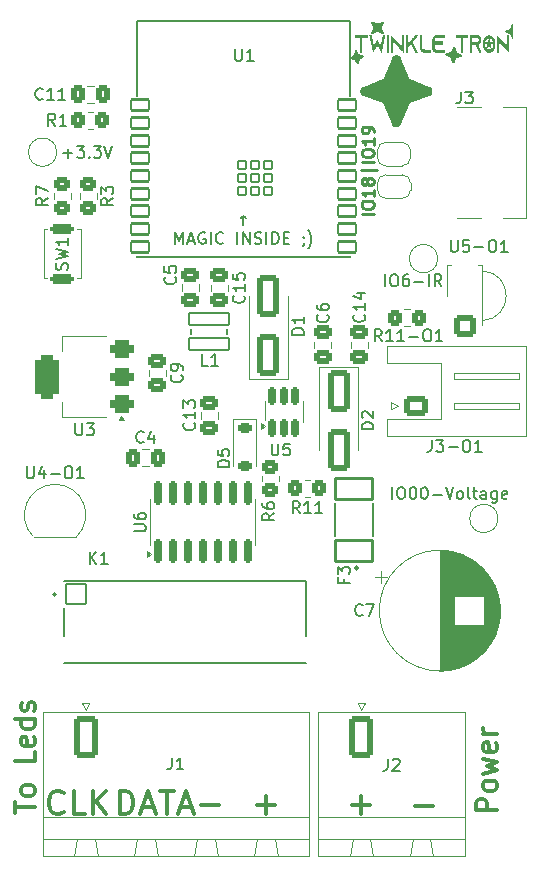
<source format=gbr>
%TF.GenerationSoftware,KiCad,Pcbnew,8.0.2*%
%TF.CreationDate,2024-08-19T20:28:07+02:00*%
%TF.ProjectId,TwinkleTron,5477696e-6b6c-4655-9472-6f6e2e6b6963,rev?*%
%TF.SameCoordinates,Original*%
%TF.FileFunction,Legend,Top*%
%TF.FilePolarity,Positive*%
%FSLAX46Y46*%
G04 Gerber Fmt 4.6, Leading zero omitted, Abs format (unit mm)*
G04 Created by KiCad (PCBNEW 8.0.2) date 2024-08-19 20:28:07*
%MOMM*%
%LPD*%
G01*
G04 APERTURE LIST*
G04 Aperture macros list*
%AMRoundRect*
0 Rectangle with rounded corners*
0 $1 Rounding radius*
0 $2 $3 $4 $5 $6 $7 $8 $9 X,Y pos of 4 corners*
0 Add a 4 corners polygon primitive as box body*
4,1,4,$2,$3,$4,$5,$6,$7,$8,$9,$2,$3,0*
0 Add four circle primitives for the rounded corners*
1,1,$1+$1,$2,$3*
1,1,$1+$1,$4,$5*
1,1,$1+$1,$6,$7*
1,1,$1+$1,$8,$9*
0 Add four rect primitives between the rounded corners*
20,1,$1+$1,$2,$3,$4,$5,0*
20,1,$1+$1,$4,$5,$6,$7,0*
20,1,$1+$1,$6,$7,$8,$9,0*
20,1,$1+$1,$8,$9,$2,$3,0*%
%AMFreePoly0*
4,1,19,0.500000,-0.750000,0.000000,-0.750000,0.000000,-0.744911,-0.071157,-0.744911,-0.207708,-0.704816,-0.327430,-0.627875,-0.420627,-0.520320,-0.479746,-0.390866,-0.500000,-0.250000,-0.500000,0.250000,-0.479746,0.390866,-0.420627,0.520320,-0.327430,0.627875,-0.207708,0.704816,-0.071157,0.744911,0.000000,0.744911,0.000000,0.750000,0.500000,0.750000,0.500000,-0.750000,0.500000,-0.750000,
$1*%
%AMFreePoly1*
4,1,19,0.000000,0.744911,0.071157,0.744911,0.207708,0.704816,0.327430,0.627875,0.420627,0.520320,0.479746,0.390866,0.500000,0.250000,0.500000,-0.250000,0.479746,-0.390866,0.420627,-0.520320,0.327430,-0.627875,0.207708,-0.704816,0.071157,-0.744911,0.000000,-0.744911,0.000000,-0.750000,-0.500000,-0.750000,-0.500000,0.750000,0.000000,0.750000,0.000000,0.744911,0.000000,0.744911,
$1*%
G04 Aperture macros list end*
%ADD10C,0.000000*%
%ADD11C,0.300000*%
%ADD12C,0.150000*%
%ADD13C,0.250000*%
%ADD14C,0.120000*%
%ADD15C,0.127000*%
%ADD16C,0.200000*%
%ADD17C,0.152400*%
%ADD18RoundRect,0.250000X0.475000X-0.337500X0.475000X0.337500X-0.475000X0.337500X-0.475000X-0.337500X0*%
%ADD19RoundRect,0.250000X-0.350000X-0.450000X0.350000X-0.450000X0.350000X0.450000X-0.350000X0.450000X0*%
%ADD20RoundRect,0.250200X0.649800X-0.649800X0.649800X0.649800X-0.649800X0.649800X-0.649800X-0.649800X0*%
%ADD21C,1.800000*%
%ADD22RoundRect,0.250000X-0.475000X0.337500X-0.475000X-0.337500X0.475000X-0.337500X0.475000X0.337500X0*%
%ADD23RoundRect,0.250000X0.350000X0.450000X-0.350000X0.450000X-0.350000X-0.450000X0.350000X-0.450000X0*%
%ADD24C,2.000000*%
%ADD25RoundRect,0.102000X-0.750000X-0.450000X0.750000X-0.450000X0.750000X0.450000X-0.750000X0.450000X0*%
%ADD26RoundRect,0.102000X-0.350000X-0.350000X0.350000X-0.350000X0.350000X0.350000X-0.350000X0.350000X0*%
%ADD27C,1.854000*%
%ADD28RoundRect,0.102000X-0.825000X-0.825000X0.825000X-0.825000X0.825000X0.825000X-0.825000X0.825000X0*%
%ADD29RoundRect,0.375000X0.625000X0.375000X-0.625000X0.375000X-0.625000X-0.375000X0.625000X-0.375000X0*%
%ADD30RoundRect,0.500000X0.500000X1.400000X-0.500000X1.400000X-0.500000X-1.400000X0.500000X-1.400000X0*%
%ADD31RoundRect,0.250000X-0.450000X0.350000X-0.450000X-0.350000X0.450000X-0.350000X0.450000X0.350000X0*%
%ADD32RoundRect,0.162500X0.162500X-0.617500X0.162500X0.617500X-0.162500X0.617500X-0.162500X-0.617500X0*%
%ADD33RoundRect,0.249999X-0.790001X-1.550001X0.790001X-1.550001X0.790001X1.550001X-0.790001X1.550001X0*%
%ADD34O,2.080000X3.600000*%
%ADD35R,1.050000X1.500000*%
%ADD36O,1.050000X1.500000*%
%ADD37FreePoly0,180.000000*%
%ADD38FreePoly1,180.000000*%
%ADD39RoundRect,0.250000X-0.337500X-0.475000X0.337500X-0.475000X0.337500X0.475000X-0.337500X0.475000X0*%
%ADD40RoundRect,0.102000X1.700000X-0.500000X1.700000X0.500000X-1.700000X0.500000X-1.700000X-0.500000X0*%
%ADD41C,0.650000*%
%ADD42R,1.450000X0.600000*%
%ADD43R,1.450000X0.300000*%
%ADD44O,2.100000X1.000000*%
%ADD45O,1.600000X1.000000*%
%ADD46RoundRect,0.150000X0.150000X-0.825000X0.150000X0.825000X-0.150000X0.825000X-0.150000X-0.825000X0*%
%ADD47R,2.000000X2.000000*%
%ADD48RoundRect,0.250000X0.650000X-1.500000X0.650000X1.500000X-0.650000X1.500000X-0.650000X-1.500000X0*%
%ADD49RoundRect,0.250000X-0.650000X1.500000X-0.650000X-1.500000X0.650000X-1.500000X0.650000X1.500000X0*%
%ADD50RoundRect,0.225000X-0.375000X0.225000X-0.375000X-0.225000X0.375000X-0.225000X0.375000X0.225000X0*%
%ADD51RoundRect,0.250000X0.750000X-0.600000X0.750000X0.600000X-0.750000X0.600000X-0.750000X-0.600000X0*%
%ADD52O,2.000000X1.700000*%
%ADD53RoundRect,0.102000X1.575000X-0.890000X1.575000X0.890000X-1.575000X0.890000X-1.575000X-0.890000X0*%
%ADD54RoundRect,0.200000X0.800000X-0.200000X0.800000X0.200000X-0.800000X0.200000X-0.800000X-0.200000X0*%
G04 APERTURE END LIST*
D10*
G36*
X168920646Y-44680466D02*
G01*
X168956868Y-44683748D01*
X168992392Y-44689986D01*
X169027068Y-44699076D01*
X169060734Y-44710926D01*
X169093234Y-44725440D01*
X169124404Y-44742518D01*
X169154082Y-44762072D01*
X169182118Y-44783996D01*
X169208344Y-44808206D01*
X169232608Y-44834598D01*
X169254742Y-44863076D01*
X169274592Y-44893548D01*
X169291998Y-44925914D01*
X169299738Y-44942778D01*
X169306804Y-44960082D01*
X169930000Y-46580000D01*
X169934428Y-46590678D01*
X169939386Y-46601058D01*
X169944864Y-46611120D01*
X169950844Y-46620846D01*
X169957302Y-46630226D01*
X169964232Y-46639236D01*
X169971610Y-46647864D01*
X169979418Y-46656090D01*
X169987648Y-46663902D01*
X169996272Y-46671278D01*
X170005284Y-46678202D01*
X170014660Y-46684664D01*
X170024388Y-46690644D01*
X170034450Y-46696122D01*
X170044828Y-46701084D01*
X170055508Y-46705512D01*
X171675426Y-47328704D01*
X171691054Y-47335074D01*
X171706330Y-47341992D01*
X171721252Y-47349452D01*
X171735810Y-47357438D01*
X171749992Y-47365938D01*
X171763788Y-47374932D01*
X171777190Y-47384408D01*
X171790186Y-47394354D01*
X171802768Y-47404752D01*
X171814926Y-47415588D01*
X171826648Y-47426850D01*
X171837928Y-47438520D01*
X171848752Y-47450588D01*
X171859114Y-47463038D01*
X171868996Y-47475858D01*
X171878400Y-47489028D01*
X171887310Y-47502536D01*
X171895716Y-47516370D01*
X171903606Y-47530514D01*
X171910978Y-47544956D01*
X171917812Y-47559678D01*
X171924106Y-47574666D01*
X171929848Y-47589906D01*
X171935026Y-47605386D01*
X171939634Y-47621088D01*
X171943660Y-47637000D01*
X171947092Y-47653106D01*
X171949918Y-47669396D01*
X171952138Y-47685852D01*
X171953734Y-47702456D01*
X171954700Y-47719202D01*
X171955024Y-47736072D01*
X171953734Y-47769680D01*
X171949918Y-47802742D01*
X171943660Y-47835136D01*
X171935026Y-47866750D01*
X171924106Y-47897470D01*
X171910978Y-47927180D01*
X171895716Y-47955766D01*
X171878400Y-47983108D01*
X171859114Y-48009098D01*
X171837928Y-48033616D01*
X171814926Y-48056552D01*
X171790186Y-48077782D01*
X171763788Y-48097204D01*
X171735810Y-48114698D01*
X171706330Y-48130144D01*
X171675426Y-48143434D01*
X170055508Y-48766624D01*
X170044828Y-48771052D01*
X170034450Y-48776018D01*
X170024388Y-48781496D01*
X170014662Y-48787472D01*
X170005284Y-48793934D01*
X169996272Y-48800860D01*
X169987648Y-48808238D01*
X169979418Y-48816050D01*
X169971610Y-48824276D01*
X169964232Y-48832904D01*
X169957306Y-48841912D01*
X169950844Y-48851290D01*
X169944864Y-48861020D01*
X169939386Y-48871078D01*
X169934428Y-48881458D01*
X169930000Y-48892138D01*
X169306804Y-50512058D01*
X169300446Y-50527694D01*
X169293534Y-50542984D01*
X169286082Y-50557922D01*
X169278102Y-50572490D01*
X169269612Y-50586688D01*
X169260628Y-50600494D01*
X169251156Y-50613908D01*
X169241214Y-50626922D01*
X169230826Y-50639512D01*
X169219990Y-50651684D01*
X169208730Y-50663422D01*
X169197058Y-50674712D01*
X169184994Y-50685548D01*
X169172542Y-50695922D01*
X169159726Y-50705822D01*
X169146556Y-50715236D01*
X169133046Y-50724154D01*
X169119208Y-50732572D01*
X169105066Y-50740478D01*
X169090620Y-50747854D01*
X169075896Y-50754704D01*
X169060908Y-50761010D01*
X169045662Y-50766758D01*
X169030176Y-50771944D01*
X169014468Y-50776562D01*
X168998550Y-50780596D01*
X168982438Y-50784034D01*
X168966144Y-50786872D01*
X168949680Y-50789098D01*
X168933066Y-50790704D01*
X168916314Y-50791672D01*
X168899440Y-50792002D01*
X168865814Y-50790704D01*
X168832738Y-50786872D01*
X168800330Y-50780596D01*
X168768704Y-50771944D01*
X168737978Y-50761010D01*
X168708260Y-50747854D01*
X168679672Y-50732572D01*
X168652324Y-50715236D01*
X168626338Y-50695922D01*
X168601822Y-50674712D01*
X168578894Y-50651684D01*
X168557666Y-50626922D01*
X168538252Y-50600494D01*
X168520778Y-50572490D01*
X168505346Y-50542984D01*
X168492076Y-50512058D01*
X167868884Y-48892138D01*
X167864452Y-48881458D01*
X167859494Y-48871078D01*
X167854016Y-48861020D01*
X167848036Y-48851290D01*
X167841578Y-48841912D01*
X167834648Y-48832904D01*
X167827270Y-48824276D01*
X167819462Y-48816050D01*
X167811232Y-48808238D01*
X167802608Y-48800860D01*
X167793596Y-48793934D01*
X167784218Y-48787472D01*
X167774492Y-48781496D01*
X167764430Y-48776018D01*
X167754052Y-48771052D01*
X167743372Y-48766624D01*
X166123454Y-48143434D01*
X166107826Y-48137066D01*
X166092550Y-48130144D01*
X166077628Y-48122684D01*
X166063070Y-48114698D01*
X166048888Y-48106198D01*
X166035092Y-48097204D01*
X166021690Y-48087730D01*
X166008694Y-48077782D01*
X165996112Y-48067388D01*
X165983954Y-48056552D01*
X165972232Y-48045286D01*
X165960952Y-48033616D01*
X165950128Y-48021548D01*
X165939766Y-48009098D01*
X165929884Y-47996278D01*
X165920480Y-47983108D01*
X165911570Y-47969600D01*
X165903164Y-47955766D01*
X165895274Y-47941622D01*
X165887902Y-47927180D01*
X165881068Y-47912458D01*
X165874774Y-47897470D01*
X165869032Y-47882230D01*
X165863854Y-47866750D01*
X165859246Y-47851048D01*
X165855220Y-47835136D01*
X165851788Y-47819030D01*
X165848962Y-47802742D01*
X165846742Y-47786288D01*
X165845146Y-47769680D01*
X165844180Y-47752934D01*
X165843856Y-47736072D01*
X165845146Y-47702456D01*
X165848962Y-47669396D01*
X165855220Y-47637000D01*
X165863854Y-47605386D01*
X165874774Y-47574666D01*
X165887902Y-47544956D01*
X165903164Y-47516370D01*
X165920480Y-47489028D01*
X165939766Y-47463038D01*
X165960952Y-47438520D01*
X165983954Y-47415588D01*
X166008694Y-47394354D01*
X166035092Y-47374932D01*
X166063070Y-47357438D01*
X166092550Y-47341992D01*
X166123454Y-47328704D01*
X167743372Y-46705512D01*
X167754052Y-46701084D01*
X167764430Y-46696122D01*
X167774492Y-46690644D01*
X167784220Y-46684664D01*
X167793596Y-46678202D01*
X167802608Y-46671278D01*
X167811232Y-46663902D01*
X167819462Y-46656090D01*
X167827270Y-46647864D01*
X167834650Y-46639236D01*
X167841578Y-46630226D01*
X167848040Y-46620846D01*
X167854016Y-46611120D01*
X167859494Y-46601058D01*
X167864456Y-46590678D01*
X167868884Y-46580000D01*
X168487436Y-44971538D01*
X168499156Y-44943012D01*
X168512678Y-44915582D01*
X168527932Y-44889318D01*
X168544832Y-44864280D01*
X168563294Y-44840538D01*
X168583244Y-44818148D01*
X168604598Y-44797184D01*
X168627278Y-44777708D01*
X168651202Y-44759780D01*
X168676292Y-44743470D01*
X168702464Y-44728838D01*
X168729644Y-44715950D01*
X168757744Y-44704874D01*
X168786688Y-44695670D01*
X168816394Y-44688398D01*
X168846784Y-44683136D01*
X168865378Y-44681286D01*
X168883906Y-44680230D01*
X168920646Y-44680466D01*
G37*
D11*
X165173558Y-108177733D02*
X166697368Y-108177733D01*
X165935463Y-108939638D02*
X165935463Y-107415828D01*
X152373558Y-108177733D02*
X153897368Y-108177733D01*
D12*
X155940000Y-59049847D02*
X155940000Y-58287942D01*
X155749524Y-58478418D02*
X155940000Y-58287942D01*
X155940000Y-58287942D02*
X156130476Y-58478418D01*
X150178096Y-60659791D02*
X150178096Y-59659791D01*
X150178096Y-59659791D02*
X150511429Y-60374076D01*
X150511429Y-60374076D02*
X150844762Y-59659791D01*
X150844762Y-59659791D02*
X150844762Y-60659791D01*
X151273334Y-60374076D02*
X151749524Y-60374076D01*
X151178096Y-60659791D02*
X151511429Y-59659791D01*
X151511429Y-59659791D02*
X151844762Y-60659791D01*
X152701905Y-59707410D02*
X152606667Y-59659791D01*
X152606667Y-59659791D02*
X152463810Y-59659791D01*
X152463810Y-59659791D02*
X152320953Y-59707410D01*
X152320953Y-59707410D02*
X152225715Y-59802648D01*
X152225715Y-59802648D02*
X152178096Y-59897886D01*
X152178096Y-59897886D02*
X152130477Y-60088362D01*
X152130477Y-60088362D02*
X152130477Y-60231219D01*
X152130477Y-60231219D02*
X152178096Y-60421695D01*
X152178096Y-60421695D02*
X152225715Y-60516933D01*
X152225715Y-60516933D02*
X152320953Y-60612172D01*
X152320953Y-60612172D02*
X152463810Y-60659791D01*
X152463810Y-60659791D02*
X152559048Y-60659791D01*
X152559048Y-60659791D02*
X152701905Y-60612172D01*
X152701905Y-60612172D02*
X152749524Y-60564552D01*
X152749524Y-60564552D02*
X152749524Y-60231219D01*
X152749524Y-60231219D02*
X152559048Y-60231219D01*
X153178096Y-60659791D02*
X153178096Y-59659791D01*
X154225714Y-60564552D02*
X154178095Y-60612172D01*
X154178095Y-60612172D02*
X154035238Y-60659791D01*
X154035238Y-60659791D02*
X153940000Y-60659791D01*
X153940000Y-60659791D02*
X153797143Y-60612172D01*
X153797143Y-60612172D02*
X153701905Y-60516933D01*
X153701905Y-60516933D02*
X153654286Y-60421695D01*
X153654286Y-60421695D02*
X153606667Y-60231219D01*
X153606667Y-60231219D02*
X153606667Y-60088362D01*
X153606667Y-60088362D02*
X153654286Y-59897886D01*
X153654286Y-59897886D02*
X153701905Y-59802648D01*
X153701905Y-59802648D02*
X153797143Y-59707410D01*
X153797143Y-59707410D02*
X153940000Y-59659791D01*
X153940000Y-59659791D02*
X154035238Y-59659791D01*
X154035238Y-59659791D02*
X154178095Y-59707410D01*
X154178095Y-59707410D02*
X154225714Y-59755029D01*
X155416191Y-60659791D02*
X155416191Y-59659791D01*
X155892381Y-60659791D02*
X155892381Y-59659791D01*
X155892381Y-59659791D02*
X156463809Y-60659791D01*
X156463809Y-60659791D02*
X156463809Y-59659791D01*
X156892381Y-60612172D02*
X157035238Y-60659791D01*
X157035238Y-60659791D02*
X157273333Y-60659791D01*
X157273333Y-60659791D02*
X157368571Y-60612172D01*
X157368571Y-60612172D02*
X157416190Y-60564552D01*
X157416190Y-60564552D02*
X157463809Y-60469314D01*
X157463809Y-60469314D02*
X157463809Y-60374076D01*
X157463809Y-60374076D02*
X157416190Y-60278838D01*
X157416190Y-60278838D02*
X157368571Y-60231219D01*
X157368571Y-60231219D02*
X157273333Y-60183600D01*
X157273333Y-60183600D02*
X157082857Y-60135981D01*
X157082857Y-60135981D02*
X156987619Y-60088362D01*
X156987619Y-60088362D02*
X156940000Y-60040743D01*
X156940000Y-60040743D02*
X156892381Y-59945505D01*
X156892381Y-59945505D02*
X156892381Y-59850267D01*
X156892381Y-59850267D02*
X156940000Y-59755029D01*
X156940000Y-59755029D02*
X156987619Y-59707410D01*
X156987619Y-59707410D02*
X157082857Y-59659791D01*
X157082857Y-59659791D02*
X157320952Y-59659791D01*
X157320952Y-59659791D02*
X157463809Y-59707410D01*
X157892381Y-60659791D02*
X157892381Y-59659791D01*
X158368571Y-60659791D02*
X158368571Y-59659791D01*
X158368571Y-59659791D02*
X158606666Y-59659791D01*
X158606666Y-59659791D02*
X158749523Y-59707410D01*
X158749523Y-59707410D02*
X158844761Y-59802648D01*
X158844761Y-59802648D02*
X158892380Y-59897886D01*
X158892380Y-59897886D02*
X158939999Y-60088362D01*
X158939999Y-60088362D02*
X158939999Y-60231219D01*
X158939999Y-60231219D02*
X158892380Y-60421695D01*
X158892380Y-60421695D02*
X158844761Y-60516933D01*
X158844761Y-60516933D02*
X158749523Y-60612172D01*
X158749523Y-60612172D02*
X158606666Y-60659791D01*
X158606666Y-60659791D02*
X158368571Y-60659791D01*
X159368571Y-60135981D02*
X159701904Y-60135981D01*
X159844761Y-60659791D02*
X159368571Y-60659791D01*
X159368571Y-60659791D02*
X159368571Y-59659791D01*
X159368571Y-59659791D02*
X159844761Y-59659791D01*
X161082857Y-60612172D02*
X161082857Y-60659791D01*
X161082857Y-60659791D02*
X161035238Y-60755029D01*
X161035238Y-60755029D02*
X160987619Y-60802648D01*
X161035238Y-60040743D02*
X161082857Y-60088362D01*
X161082857Y-60088362D02*
X161035238Y-60135981D01*
X161035238Y-60135981D02*
X160987619Y-60088362D01*
X160987619Y-60088362D02*
X161035238Y-60040743D01*
X161035238Y-60040743D02*
X161035238Y-60135981D01*
X161416190Y-61040743D02*
X161463809Y-60993124D01*
X161463809Y-60993124D02*
X161559047Y-60850267D01*
X161559047Y-60850267D02*
X161606666Y-60755029D01*
X161606666Y-60755029D02*
X161654285Y-60612172D01*
X161654285Y-60612172D02*
X161701904Y-60374076D01*
X161701904Y-60374076D02*
X161701904Y-60183600D01*
X161701904Y-60183600D02*
X161654285Y-59945505D01*
X161654285Y-59945505D02*
X161606666Y-59802648D01*
X161606666Y-59802648D02*
X161559047Y-59707410D01*
X161559047Y-59707410D02*
X161463809Y-59564552D01*
X161463809Y-59564552D02*
X161416190Y-59516933D01*
D11*
X177376353Y-108597870D02*
X175676353Y-108597870D01*
X175676353Y-108597870D02*
X175676353Y-107950251D01*
X175676353Y-107950251D02*
X175757305Y-107788346D01*
X175757305Y-107788346D02*
X175838258Y-107707393D01*
X175838258Y-107707393D02*
X176000162Y-107626441D01*
X176000162Y-107626441D02*
X176243020Y-107626441D01*
X176243020Y-107626441D02*
X176404924Y-107707393D01*
X176404924Y-107707393D02*
X176485877Y-107788346D01*
X176485877Y-107788346D02*
X176566829Y-107950251D01*
X176566829Y-107950251D02*
X176566829Y-108597870D01*
X177376353Y-106655012D02*
X177295401Y-106816917D01*
X177295401Y-106816917D02*
X177214448Y-106897870D01*
X177214448Y-106897870D02*
X177052543Y-106978822D01*
X177052543Y-106978822D02*
X176566829Y-106978822D01*
X176566829Y-106978822D02*
X176404924Y-106897870D01*
X176404924Y-106897870D02*
X176323972Y-106816917D01*
X176323972Y-106816917D02*
X176243020Y-106655012D01*
X176243020Y-106655012D02*
X176243020Y-106412155D01*
X176243020Y-106412155D02*
X176323972Y-106250251D01*
X176323972Y-106250251D02*
X176404924Y-106169298D01*
X176404924Y-106169298D02*
X176566829Y-106088346D01*
X176566829Y-106088346D02*
X177052543Y-106088346D01*
X177052543Y-106088346D02*
X177214448Y-106169298D01*
X177214448Y-106169298D02*
X177295401Y-106250251D01*
X177295401Y-106250251D02*
X177376353Y-106412155D01*
X177376353Y-106412155D02*
X177376353Y-106655012D01*
X176243020Y-105521679D02*
X177376353Y-105197870D01*
X177376353Y-105197870D02*
X176566829Y-104874060D01*
X176566829Y-104874060D02*
X177376353Y-104550251D01*
X177376353Y-104550251D02*
X176243020Y-104226441D01*
X177295401Y-102931204D02*
X177376353Y-103093108D01*
X177376353Y-103093108D02*
X177376353Y-103416918D01*
X177376353Y-103416918D02*
X177295401Y-103578823D01*
X177295401Y-103578823D02*
X177133496Y-103659775D01*
X177133496Y-103659775D02*
X176485877Y-103659775D01*
X176485877Y-103659775D02*
X176323972Y-103578823D01*
X176323972Y-103578823D02*
X176243020Y-103416918D01*
X176243020Y-103416918D02*
X176243020Y-103093108D01*
X176243020Y-103093108D02*
X176323972Y-102931204D01*
X176323972Y-102931204D02*
X176485877Y-102850251D01*
X176485877Y-102850251D02*
X176647781Y-102850251D01*
X176647781Y-102850251D02*
X176809686Y-103659775D01*
X177376353Y-102121680D02*
X176243020Y-102121680D01*
X176566829Y-102121680D02*
X176404924Y-102040727D01*
X176404924Y-102040727D02*
X176323972Y-101959775D01*
X176323972Y-101959775D02*
X176243020Y-101797870D01*
X176243020Y-101797870D02*
X176243020Y-101635965D01*
X170473558Y-108277733D02*
X171997368Y-108277733D01*
X145473558Y-108939638D02*
X145473558Y-106939638D01*
X145473558Y-106939638D02*
X145949748Y-106939638D01*
X145949748Y-106939638D02*
X146235463Y-107034876D01*
X146235463Y-107034876D02*
X146425939Y-107225352D01*
X146425939Y-107225352D02*
X146521177Y-107415828D01*
X146521177Y-107415828D02*
X146616415Y-107796780D01*
X146616415Y-107796780D02*
X146616415Y-108082495D01*
X146616415Y-108082495D02*
X146521177Y-108463447D01*
X146521177Y-108463447D02*
X146425939Y-108653923D01*
X146425939Y-108653923D02*
X146235463Y-108844400D01*
X146235463Y-108844400D02*
X145949748Y-108939638D01*
X145949748Y-108939638D02*
X145473558Y-108939638D01*
X147378320Y-108368209D02*
X148330701Y-108368209D01*
X147187844Y-108939638D02*
X147854510Y-106939638D01*
X147854510Y-106939638D02*
X148521177Y-108939638D01*
X148902130Y-106939638D02*
X150044987Y-106939638D01*
X149473558Y-108939638D02*
X149473558Y-106939638D01*
X150616416Y-108368209D02*
X151568797Y-108368209D01*
X150425940Y-108939638D02*
X151092606Y-106939638D01*
X151092606Y-106939638D02*
X151759273Y-108939638D01*
D13*
X166964619Y-58097431D02*
X165964619Y-58097431D01*
X165964619Y-57430765D02*
X165964619Y-57240289D01*
X165964619Y-57240289D02*
X166012238Y-57145051D01*
X166012238Y-57145051D02*
X166107476Y-57049813D01*
X166107476Y-57049813D02*
X166297952Y-57002194D01*
X166297952Y-57002194D02*
X166631285Y-57002194D01*
X166631285Y-57002194D02*
X166821761Y-57049813D01*
X166821761Y-57049813D02*
X166917000Y-57145051D01*
X166917000Y-57145051D02*
X166964619Y-57240289D01*
X166964619Y-57240289D02*
X166964619Y-57430765D01*
X166964619Y-57430765D02*
X166917000Y-57526003D01*
X166917000Y-57526003D02*
X166821761Y-57621241D01*
X166821761Y-57621241D02*
X166631285Y-57668860D01*
X166631285Y-57668860D02*
X166297952Y-57668860D01*
X166297952Y-57668860D02*
X166107476Y-57621241D01*
X166107476Y-57621241D02*
X166012238Y-57526003D01*
X166012238Y-57526003D02*
X165964619Y-57430765D01*
X166964619Y-56049813D02*
X166964619Y-56621241D01*
X166964619Y-56335527D02*
X165964619Y-56335527D01*
X165964619Y-56335527D02*
X166107476Y-56430765D01*
X166107476Y-56430765D02*
X166202714Y-56526003D01*
X166202714Y-56526003D02*
X166250333Y-56621241D01*
X166393190Y-55478384D02*
X166345571Y-55573622D01*
X166345571Y-55573622D02*
X166297952Y-55621241D01*
X166297952Y-55621241D02*
X166202714Y-55668860D01*
X166202714Y-55668860D02*
X166155095Y-55668860D01*
X166155095Y-55668860D02*
X166059857Y-55621241D01*
X166059857Y-55621241D02*
X166012238Y-55573622D01*
X166012238Y-55573622D02*
X165964619Y-55478384D01*
X165964619Y-55478384D02*
X165964619Y-55287908D01*
X165964619Y-55287908D02*
X166012238Y-55192670D01*
X166012238Y-55192670D02*
X166059857Y-55145051D01*
X166059857Y-55145051D02*
X166155095Y-55097432D01*
X166155095Y-55097432D02*
X166202714Y-55097432D01*
X166202714Y-55097432D02*
X166297952Y-55145051D01*
X166297952Y-55145051D02*
X166345571Y-55192670D01*
X166345571Y-55192670D02*
X166393190Y-55287908D01*
X166393190Y-55287908D02*
X166393190Y-55478384D01*
X166393190Y-55478384D02*
X166440809Y-55573622D01*
X166440809Y-55573622D02*
X166488428Y-55621241D01*
X166488428Y-55621241D02*
X166583666Y-55668860D01*
X166583666Y-55668860D02*
X166774142Y-55668860D01*
X166774142Y-55668860D02*
X166869380Y-55621241D01*
X166869380Y-55621241D02*
X166917000Y-55573622D01*
X166917000Y-55573622D02*
X166964619Y-55478384D01*
X166964619Y-55478384D02*
X166964619Y-55287908D01*
X166964619Y-55287908D02*
X166917000Y-55192670D01*
X166917000Y-55192670D02*
X166869380Y-55145051D01*
X166869380Y-55145051D02*
X166774142Y-55097432D01*
X166774142Y-55097432D02*
X166583666Y-55097432D01*
X166583666Y-55097432D02*
X166488428Y-55145051D01*
X166488428Y-55145051D02*
X166440809Y-55192670D01*
X166440809Y-55192670D02*
X166393190Y-55287908D01*
X167297952Y-54430765D02*
X165869380Y-54430765D01*
X166964619Y-53716479D02*
X165964619Y-53716479D01*
X165964619Y-53049813D02*
X165964619Y-52859337D01*
X165964619Y-52859337D02*
X166012238Y-52764099D01*
X166012238Y-52764099D02*
X166107476Y-52668861D01*
X166107476Y-52668861D02*
X166297952Y-52621242D01*
X166297952Y-52621242D02*
X166631285Y-52621242D01*
X166631285Y-52621242D02*
X166821761Y-52668861D01*
X166821761Y-52668861D02*
X166917000Y-52764099D01*
X166917000Y-52764099D02*
X166964619Y-52859337D01*
X166964619Y-52859337D02*
X166964619Y-53049813D01*
X166964619Y-53049813D02*
X166917000Y-53145051D01*
X166917000Y-53145051D02*
X166821761Y-53240289D01*
X166821761Y-53240289D02*
X166631285Y-53287908D01*
X166631285Y-53287908D02*
X166297952Y-53287908D01*
X166297952Y-53287908D02*
X166107476Y-53240289D01*
X166107476Y-53240289D02*
X166012238Y-53145051D01*
X166012238Y-53145051D02*
X165964619Y-53049813D01*
X166964619Y-51668861D02*
X166964619Y-52240289D01*
X166964619Y-51954575D02*
X165964619Y-51954575D01*
X165964619Y-51954575D02*
X166107476Y-52049813D01*
X166107476Y-52049813D02*
X166202714Y-52145051D01*
X166202714Y-52145051D02*
X166250333Y-52240289D01*
X166964619Y-51192670D02*
X166964619Y-51002194D01*
X166964619Y-51002194D02*
X166917000Y-50906956D01*
X166917000Y-50906956D02*
X166869380Y-50859337D01*
X166869380Y-50859337D02*
X166726523Y-50764099D01*
X166726523Y-50764099D02*
X166536047Y-50716480D01*
X166536047Y-50716480D02*
X166155095Y-50716480D01*
X166155095Y-50716480D02*
X166059857Y-50764099D01*
X166059857Y-50764099D02*
X166012238Y-50811718D01*
X166012238Y-50811718D02*
X165964619Y-50906956D01*
X165964619Y-50906956D02*
X165964619Y-51097432D01*
X165964619Y-51097432D02*
X166012238Y-51192670D01*
X166012238Y-51192670D02*
X166059857Y-51240289D01*
X166059857Y-51240289D02*
X166155095Y-51287908D01*
X166155095Y-51287908D02*
X166393190Y-51287908D01*
X166393190Y-51287908D02*
X166488428Y-51240289D01*
X166488428Y-51240289D02*
X166536047Y-51192670D01*
X166536047Y-51192670D02*
X166583666Y-51097432D01*
X166583666Y-51097432D02*
X166583666Y-50906956D01*
X166583666Y-50906956D02*
X166536047Y-50811718D01*
X166536047Y-50811718D02*
X166488428Y-50764099D01*
X166488428Y-50764099D02*
X166393190Y-50716480D01*
D11*
X140716415Y-108749161D02*
X140621177Y-108844400D01*
X140621177Y-108844400D02*
X140335463Y-108939638D01*
X140335463Y-108939638D02*
X140144987Y-108939638D01*
X140144987Y-108939638D02*
X139859272Y-108844400D01*
X139859272Y-108844400D02*
X139668796Y-108653923D01*
X139668796Y-108653923D02*
X139573558Y-108463447D01*
X139573558Y-108463447D02*
X139478320Y-108082495D01*
X139478320Y-108082495D02*
X139478320Y-107796780D01*
X139478320Y-107796780D02*
X139573558Y-107415828D01*
X139573558Y-107415828D02*
X139668796Y-107225352D01*
X139668796Y-107225352D02*
X139859272Y-107034876D01*
X139859272Y-107034876D02*
X140144987Y-106939638D01*
X140144987Y-106939638D02*
X140335463Y-106939638D01*
X140335463Y-106939638D02*
X140621177Y-107034876D01*
X140621177Y-107034876D02*
X140716415Y-107130114D01*
X142525939Y-108939638D02*
X141573558Y-108939638D01*
X141573558Y-108939638D02*
X141573558Y-106939638D01*
X143192606Y-108939638D02*
X143192606Y-106939638D01*
X144335463Y-108939638D02*
X143478320Y-107796780D01*
X144335463Y-106939638D02*
X143192606Y-108082495D01*
X157073558Y-108177733D02*
X158597368Y-108177733D01*
X157835463Y-108939638D02*
X157835463Y-107415828D01*
X136576353Y-108840727D02*
X136576353Y-107869298D01*
X138276353Y-108355012D02*
X136576353Y-108355012D01*
X138276353Y-107059774D02*
X138195401Y-107221679D01*
X138195401Y-107221679D02*
X138114448Y-107302632D01*
X138114448Y-107302632D02*
X137952543Y-107383584D01*
X137952543Y-107383584D02*
X137466829Y-107383584D01*
X137466829Y-107383584D02*
X137304924Y-107302632D01*
X137304924Y-107302632D02*
X137223972Y-107221679D01*
X137223972Y-107221679D02*
X137143020Y-107059774D01*
X137143020Y-107059774D02*
X137143020Y-106816917D01*
X137143020Y-106816917D02*
X137223972Y-106655013D01*
X137223972Y-106655013D02*
X137304924Y-106574060D01*
X137304924Y-106574060D02*
X137466829Y-106493108D01*
X137466829Y-106493108D02*
X137952543Y-106493108D01*
X137952543Y-106493108D02*
X138114448Y-106574060D01*
X138114448Y-106574060D02*
X138195401Y-106655013D01*
X138195401Y-106655013D02*
X138276353Y-106816917D01*
X138276353Y-106816917D02*
X138276353Y-107059774D01*
X138276353Y-103659775D02*
X138276353Y-104469299D01*
X138276353Y-104469299D02*
X136576353Y-104469299D01*
X138195401Y-102445490D02*
X138276353Y-102607394D01*
X138276353Y-102607394D02*
X138276353Y-102931204D01*
X138276353Y-102931204D02*
X138195401Y-103093109D01*
X138195401Y-103093109D02*
X138033496Y-103174061D01*
X138033496Y-103174061D02*
X137385877Y-103174061D01*
X137385877Y-103174061D02*
X137223972Y-103093109D01*
X137223972Y-103093109D02*
X137143020Y-102931204D01*
X137143020Y-102931204D02*
X137143020Y-102607394D01*
X137143020Y-102607394D02*
X137223972Y-102445490D01*
X137223972Y-102445490D02*
X137385877Y-102364537D01*
X137385877Y-102364537D02*
X137547781Y-102364537D01*
X137547781Y-102364537D02*
X137709686Y-103174061D01*
X138276353Y-100907394D02*
X136576353Y-100907394D01*
X138195401Y-100907394D02*
X138276353Y-101069299D01*
X138276353Y-101069299D02*
X138276353Y-101393108D01*
X138276353Y-101393108D02*
X138195401Y-101555013D01*
X138195401Y-101555013D02*
X138114448Y-101635966D01*
X138114448Y-101635966D02*
X137952543Y-101716918D01*
X137952543Y-101716918D02*
X137466829Y-101716918D01*
X137466829Y-101716918D02*
X137304924Y-101635966D01*
X137304924Y-101635966D02*
X137223972Y-101555013D01*
X137223972Y-101555013D02*
X137143020Y-101393108D01*
X137143020Y-101393108D02*
X137143020Y-101069299D01*
X137143020Y-101069299D02*
X137223972Y-100907394D01*
X138195401Y-100178823D02*
X138276353Y-100016918D01*
X138276353Y-100016918D02*
X138276353Y-99693109D01*
X138276353Y-99693109D02*
X138195401Y-99531204D01*
X138195401Y-99531204D02*
X138033496Y-99450252D01*
X138033496Y-99450252D02*
X137952543Y-99450252D01*
X137952543Y-99450252D02*
X137790639Y-99531204D01*
X137790639Y-99531204D02*
X137709686Y-99693109D01*
X137709686Y-99693109D02*
X137709686Y-99935966D01*
X137709686Y-99935966D02*
X137628734Y-100097871D01*
X137628734Y-100097871D02*
X137466829Y-100178823D01*
X137466829Y-100178823D02*
X137385877Y-100178823D01*
X137385877Y-100178823D02*
X137223972Y-100097871D01*
X137223972Y-100097871D02*
X137143020Y-99935966D01*
X137143020Y-99935966D02*
X137143020Y-99693109D01*
X137143020Y-99693109D02*
X137223972Y-99531204D01*
D12*
X151759580Y-75802857D02*
X151807200Y-75850476D01*
X151807200Y-75850476D02*
X151854819Y-75993333D01*
X151854819Y-75993333D02*
X151854819Y-76088571D01*
X151854819Y-76088571D02*
X151807200Y-76231428D01*
X151807200Y-76231428D02*
X151711961Y-76326666D01*
X151711961Y-76326666D02*
X151616723Y-76374285D01*
X151616723Y-76374285D02*
X151426247Y-76421904D01*
X151426247Y-76421904D02*
X151283390Y-76421904D01*
X151283390Y-76421904D02*
X151092914Y-76374285D01*
X151092914Y-76374285D02*
X150997676Y-76326666D01*
X150997676Y-76326666D02*
X150902438Y-76231428D01*
X150902438Y-76231428D02*
X150854819Y-76088571D01*
X150854819Y-76088571D02*
X150854819Y-75993333D01*
X150854819Y-75993333D02*
X150902438Y-75850476D01*
X150902438Y-75850476D02*
X150950057Y-75802857D01*
X151854819Y-74850476D02*
X151854819Y-75421904D01*
X151854819Y-75136190D02*
X150854819Y-75136190D01*
X150854819Y-75136190D02*
X150997676Y-75231428D01*
X150997676Y-75231428D02*
X151092914Y-75326666D01*
X151092914Y-75326666D02*
X151140533Y-75421904D01*
X150854819Y-74517142D02*
X150854819Y-73898095D01*
X150854819Y-73898095D02*
X151235771Y-74231428D01*
X151235771Y-74231428D02*
X151235771Y-74088571D01*
X151235771Y-74088571D02*
X151283390Y-73993333D01*
X151283390Y-73993333D02*
X151331009Y-73945714D01*
X151331009Y-73945714D02*
X151426247Y-73898095D01*
X151426247Y-73898095D02*
X151664342Y-73898095D01*
X151664342Y-73898095D02*
X151759580Y-73945714D01*
X151759580Y-73945714D02*
X151807200Y-73993333D01*
X151807200Y-73993333D02*
X151854819Y-74088571D01*
X151854819Y-74088571D02*
X151854819Y-74374285D01*
X151854819Y-74374285D02*
X151807200Y-74469523D01*
X151807200Y-74469523D02*
X151759580Y-74517142D01*
X140013333Y-50644819D02*
X139680000Y-50168628D01*
X139441905Y-50644819D02*
X139441905Y-49644819D01*
X139441905Y-49644819D02*
X139822857Y-49644819D01*
X139822857Y-49644819D02*
X139918095Y-49692438D01*
X139918095Y-49692438D02*
X139965714Y-49740057D01*
X139965714Y-49740057D02*
X140013333Y-49835295D01*
X140013333Y-49835295D02*
X140013333Y-49978152D01*
X140013333Y-49978152D02*
X139965714Y-50073390D01*
X139965714Y-50073390D02*
X139918095Y-50121009D01*
X139918095Y-50121009D02*
X139822857Y-50168628D01*
X139822857Y-50168628D02*
X139441905Y-50168628D01*
X140965714Y-50644819D02*
X140394286Y-50644819D01*
X140680000Y-50644819D02*
X140680000Y-49644819D01*
X140680000Y-49644819D02*
X140584762Y-49787676D01*
X140584762Y-49787676D02*
X140489524Y-49882914D01*
X140489524Y-49882914D02*
X140394286Y-49930533D01*
X173509048Y-60334819D02*
X173509048Y-61144342D01*
X173509048Y-61144342D02*
X173556667Y-61239580D01*
X173556667Y-61239580D02*
X173604286Y-61287200D01*
X173604286Y-61287200D02*
X173699524Y-61334819D01*
X173699524Y-61334819D02*
X173890000Y-61334819D01*
X173890000Y-61334819D02*
X173985238Y-61287200D01*
X173985238Y-61287200D02*
X174032857Y-61239580D01*
X174032857Y-61239580D02*
X174080476Y-61144342D01*
X174080476Y-61144342D02*
X174080476Y-60334819D01*
X175032857Y-60334819D02*
X174556667Y-60334819D01*
X174556667Y-60334819D02*
X174509048Y-60811009D01*
X174509048Y-60811009D02*
X174556667Y-60763390D01*
X174556667Y-60763390D02*
X174651905Y-60715771D01*
X174651905Y-60715771D02*
X174890000Y-60715771D01*
X174890000Y-60715771D02*
X174985238Y-60763390D01*
X174985238Y-60763390D02*
X175032857Y-60811009D01*
X175032857Y-60811009D02*
X175080476Y-60906247D01*
X175080476Y-60906247D02*
X175080476Y-61144342D01*
X175080476Y-61144342D02*
X175032857Y-61239580D01*
X175032857Y-61239580D02*
X174985238Y-61287200D01*
X174985238Y-61287200D02*
X174890000Y-61334819D01*
X174890000Y-61334819D02*
X174651905Y-61334819D01*
X174651905Y-61334819D02*
X174556667Y-61287200D01*
X174556667Y-61287200D02*
X174509048Y-61239580D01*
X175509048Y-60953866D02*
X176270953Y-60953866D01*
X176937619Y-60334819D02*
X177128095Y-60334819D01*
X177128095Y-60334819D02*
X177223333Y-60382438D01*
X177223333Y-60382438D02*
X177318571Y-60477676D01*
X177318571Y-60477676D02*
X177366190Y-60668152D01*
X177366190Y-60668152D02*
X177366190Y-61001485D01*
X177366190Y-61001485D02*
X177318571Y-61191961D01*
X177318571Y-61191961D02*
X177223333Y-61287200D01*
X177223333Y-61287200D02*
X177128095Y-61334819D01*
X177128095Y-61334819D02*
X176937619Y-61334819D01*
X176937619Y-61334819D02*
X176842381Y-61287200D01*
X176842381Y-61287200D02*
X176747143Y-61191961D01*
X176747143Y-61191961D02*
X176699524Y-61001485D01*
X176699524Y-61001485D02*
X176699524Y-60668152D01*
X176699524Y-60668152D02*
X176747143Y-60477676D01*
X176747143Y-60477676D02*
X176842381Y-60382438D01*
X176842381Y-60382438D02*
X176937619Y-60334819D01*
X178318571Y-61334819D02*
X177747143Y-61334819D01*
X178032857Y-61334819D02*
X178032857Y-60334819D01*
X178032857Y-60334819D02*
X177937619Y-60477676D01*
X177937619Y-60477676D02*
X177842381Y-60572914D01*
X177842381Y-60572914D02*
X177747143Y-60620533D01*
X150699580Y-71766666D02*
X150747200Y-71814285D01*
X150747200Y-71814285D02*
X150794819Y-71957142D01*
X150794819Y-71957142D02*
X150794819Y-72052380D01*
X150794819Y-72052380D02*
X150747200Y-72195237D01*
X150747200Y-72195237D02*
X150651961Y-72290475D01*
X150651961Y-72290475D02*
X150556723Y-72338094D01*
X150556723Y-72338094D02*
X150366247Y-72385713D01*
X150366247Y-72385713D02*
X150223390Y-72385713D01*
X150223390Y-72385713D02*
X150032914Y-72338094D01*
X150032914Y-72338094D02*
X149937676Y-72290475D01*
X149937676Y-72290475D02*
X149842438Y-72195237D01*
X149842438Y-72195237D02*
X149794819Y-72052380D01*
X149794819Y-72052380D02*
X149794819Y-71957142D01*
X149794819Y-71957142D02*
X149842438Y-71814285D01*
X149842438Y-71814285D02*
X149890057Y-71766666D01*
X150794819Y-71290475D02*
X150794819Y-71099999D01*
X150794819Y-71099999D02*
X150747200Y-71004761D01*
X150747200Y-71004761D02*
X150699580Y-70957142D01*
X150699580Y-70957142D02*
X150556723Y-70861904D01*
X150556723Y-70861904D02*
X150366247Y-70814285D01*
X150366247Y-70814285D02*
X149985295Y-70814285D01*
X149985295Y-70814285D02*
X149890057Y-70861904D01*
X149890057Y-70861904D02*
X149842438Y-70909523D01*
X149842438Y-70909523D02*
X149794819Y-71004761D01*
X149794819Y-71004761D02*
X149794819Y-71195237D01*
X149794819Y-71195237D02*
X149842438Y-71290475D01*
X149842438Y-71290475D02*
X149890057Y-71338094D01*
X149890057Y-71338094D02*
X149985295Y-71385713D01*
X149985295Y-71385713D02*
X150223390Y-71385713D01*
X150223390Y-71385713D02*
X150318628Y-71338094D01*
X150318628Y-71338094D02*
X150366247Y-71290475D01*
X150366247Y-71290475D02*
X150413866Y-71195237D01*
X150413866Y-71195237D02*
X150413866Y-71004761D01*
X150413866Y-71004761D02*
X150366247Y-70909523D01*
X150366247Y-70909523D02*
X150318628Y-70861904D01*
X150318628Y-70861904D02*
X150223390Y-70814285D01*
X163059580Y-66666666D02*
X163107200Y-66714285D01*
X163107200Y-66714285D02*
X163154819Y-66857142D01*
X163154819Y-66857142D02*
X163154819Y-66952380D01*
X163154819Y-66952380D02*
X163107200Y-67095237D01*
X163107200Y-67095237D02*
X163011961Y-67190475D01*
X163011961Y-67190475D02*
X162916723Y-67238094D01*
X162916723Y-67238094D02*
X162726247Y-67285713D01*
X162726247Y-67285713D02*
X162583390Y-67285713D01*
X162583390Y-67285713D02*
X162392914Y-67238094D01*
X162392914Y-67238094D02*
X162297676Y-67190475D01*
X162297676Y-67190475D02*
X162202438Y-67095237D01*
X162202438Y-67095237D02*
X162154819Y-66952380D01*
X162154819Y-66952380D02*
X162154819Y-66857142D01*
X162154819Y-66857142D02*
X162202438Y-66714285D01*
X162202438Y-66714285D02*
X162250057Y-66666666D01*
X162154819Y-65809523D02*
X162154819Y-65999999D01*
X162154819Y-65999999D02*
X162202438Y-66095237D01*
X162202438Y-66095237D02*
X162250057Y-66142856D01*
X162250057Y-66142856D02*
X162392914Y-66238094D01*
X162392914Y-66238094D02*
X162583390Y-66285713D01*
X162583390Y-66285713D02*
X162964342Y-66285713D01*
X162964342Y-66285713D02*
X163059580Y-66238094D01*
X163059580Y-66238094D02*
X163107200Y-66190475D01*
X163107200Y-66190475D02*
X163154819Y-66095237D01*
X163154819Y-66095237D02*
X163154819Y-65904761D01*
X163154819Y-65904761D02*
X163107200Y-65809523D01*
X163107200Y-65809523D02*
X163059580Y-65761904D01*
X163059580Y-65761904D02*
X162964342Y-65714285D01*
X162964342Y-65714285D02*
X162726247Y-65714285D01*
X162726247Y-65714285D02*
X162631009Y-65761904D01*
X162631009Y-65761904D02*
X162583390Y-65809523D01*
X162583390Y-65809523D02*
X162535771Y-65904761D01*
X162535771Y-65904761D02*
X162535771Y-66095237D01*
X162535771Y-66095237D02*
X162583390Y-66190475D01*
X162583390Y-66190475D02*
X162631009Y-66238094D01*
X162631009Y-66238094D02*
X162726247Y-66285713D01*
X167658095Y-68894819D02*
X167324762Y-68418628D01*
X167086667Y-68894819D02*
X167086667Y-67894819D01*
X167086667Y-67894819D02*
X167467619Y-67894819D01*
X167467619Y-67894819D02*
X167562857Y-67942438D01*
X167562857Y-67942438D02*
X167610476Y-67990057D01*
X167610476Y-67990057D02*
X167658095Y-68085295D01*
X167658095Y-68085295D02*
X167658095Y-68228152D01*
X167658095Y-68228152D02*
X167610476Y-68323390D01*
X167610476Y-68323390D02*
X167562857Y-68371009D01*
X167562857Y-68371009D02*
X167467619Y-68418628D01*
X167467619Y-68418628D02*
X167086667Y-68418628D01*
X168610476Y-68894819D02*
X168039048Y-68894819D01*
X168324762Y-68894819D02*
X168324762Y-67894819D01*
X168324762Y-67894819D02*
X168229524Y-68037676D01*
X168229524Y-68037676D02*
X168134286Y-68132914D01*
X168134286Y-68132914D02*
X168039048Y-68180533D01*
X169562857Y-68894819D02*
X168991429Y-68894819D01*
X169277143Y-68894819D02*
X169277143Y-67894819D01*
X169277143Y-67894819D02*
X169181905Y-68037676D01*
X169181905Y-68037676D02*
X169086667Y-68132914D01*
X169086667Y-68132914D02*
X168991429Y-68180533D01*
X169991429Y-68513866D02*
X170753334Y-68513866D01*
X171420000Y-67894819D02*
X171610476Y-67894819D01*
X171610476Y-67894819D02*
X171705714Y-67942438D01*
X171705714Y-67942438D02*
X171800952Y-68037676D01*
X171800952Y-68037676D02*
X171848571Y-68228152D01*
X171848571Y-68228152D02*
X171848571Y-68561485D01*
X171848571Y-68561485D02*
X171800952Y-68751961D01*
X171800952Y-68751961D02*
X171705714Y-68847200D01*
X171705714Y-68847200D02*
X171610476Y-68894819D01*
X171610476Y-68894819D02*
X171420000Y-68894819D01*
X171420000Y-68894819D02*
X171324762Y-68847200D01*
X171324762Y-68847200D02*
X171229524Y-68751961D01*
X171229524Y-68751961D02*
X171181905Y-68561485D01*
X171181905Y-68561485D02*
X171181905Y-68228152D01*
X171181905Y-68228152D02*
X171229524Y-68037676D01*
X171229524Y-68037676D02*
X171324762Y-67942438D01*
X171324762Y-67942438D02*
X171420000Y-67894819D01*
X172800952Y-68894819D02*
X172229524Y-68894819D01*
X172515238Y-68894819D02*
X172515238Y-67894819D01*
X172515238Y-67894819D02*
X172420000Y-68037676D01*
X172420000Y-68037676D02*
X172324762Y-68132914D01*
X172324762Y-68132914D02*
X172229524Y-68180533D01*
X168542857Y-82254819D02*
X168542857Y-81254819D01*
X169209523Y-81254819D02*
X169399999Y-81254819D01*
X169399999Y-81254819D02*
X169495237Y-81302438D01*
X169495237Y-81302438D02*
X169590475Y-81397676D01*
X169590475Y-81397676D02*
X169638094Y-81588152D01*
X169638094Y-81588152D02*
X169638094Y-81921485D01*
X169638094Y-81921485D02*
X169590475Y-82111961D01*
X169590475Y-82111961D02*
X169495237Y-82207200D01*
X169495237Y-82207200D02*
X169399999Y-82254819D01*
X169399999Y-82254819D02*
X169209523Y-82254819D01*
X169209523Y-82254819D02*
X169114285Y-82207200D01*
X169114285Y-82207200D02*
X169019047Y-82111961D01*
X169019047Y-82111961D02*
X168971428Y-81921485D01*
X168971428Y-81921485D02*
X168971428Y-81588152D01*
X168971428Y-81588152D02*
X169019047Y-81397676D01*
X169019047Y-81397676D02*
X169114285Y-81302438D01*
X169114285Y-81302438D02*
X169209523Y-81254819D01*
X170257142Y-81254819D02*
X170352380Y-81254819D01*
X170352380Y-81254819D02*
X170447618Y-81302438D01*
X170447618Y-81302438D02*
X170495237Y-81350057D01*
X170495237Y-81350057D02*
X170542856Y-81445295D01*
X170542856Y-81445295D02*
X170590475Y-81635771D01*
X170590475Y-81635771D02*
X170590475Y-81873866D01*
X170590475Y-81873866D02*
X170542856Y-82064342D01*
X170542856Y-82064342D02*
X170495237Y-82159580D01*
X170495237Y-82159580D02*
X170447618Y-82207200D01*
X170447618Y-82207200D02*
X170352380Y-82254819D01*
X170352380Y-82254819D02*
X170257142Y-82254819D01*
X170257142Y-82254819D02*
X170161904Y-82207200D01*
X170161904Y-82207200D02*
X170114285Y-82159580D01*
X170114285Y-82159580D02*
X170066666Y-82064342D01*
X170066666Y-82064342D02*
X170019047Y-81873866D01*
X170019047Y-81873866D02*
X170019047Y-81635771D01*
X170019047Y-81635771D02*
X170066666Y-81445295D01*
X170066666Y-81445295D02*
X170114285Y-81350057D01*
X170114285Y-81350057D02*
X170161904Y-81302438D01*
X170161904Y-81302438D02*
X170257142Y-81254819D01*
X171209523Y-81254819D02*
X171304761Y-81254819D01*
X171304761Y-81254819D02*
X171399999Y-81302438D01*
X171399999Y-81302438D02*
X171447618Y-81350057D01*
X171447618Y-81350057D02*
X171495237Y-81445295D01*
X171495237Y-81445295D02*
X171542856Y-81635771D01*
X171542856Y-81635771D02*
X171542856Y-81873866D01*
X171542856Y-81873866D02*
X171495237Y-82064342D01*
X171495237Y-82064342D02*
X171447618Y-82159580D01*
X171447618Y-82159580D02*
X171399999Y-82207200D01*
X171399999Y-82207200D02*
X171304761Y-82254819D01*
X171304761Y-82254819D02*
X171209523Y-82254819D01*
X171209523Y-82254819D02*
X171114285Y-82207200D01*
X171114285Y-82207200D02*
X171066666Y-82159580D01*
X171066666Y-82159580D02*
X171019047Y-82064342D01*
X171019047Y-82064342D02*
X170971428Y-81873866D01*
X170971428Y-81873866D02*
X170971428Y-81635771D01*
X170971428Y-81635771D02*
X171019047Y-81445295D01*
X171019047Y-81445295D02*
X171066666Y-81350057D01*
X171066666Y-81350057D02*
X171114285Y-81302438D01*
X171114285Y-81302438D02*
X171209523Y-81254819D01*
X171971428Y-81873866D02*
X172733333Y-81873866D01*
X173066666Y-81254819D02*
X173399999Y-82254819D01*
X173399999Y-82254819D02*
X173733332Y-81254819D01*
X174209523Y-82254819D02*
X174114285Y-82207200D01*
X174114285Y-82207200D02*
X174066666Y-82159580D01*
X174066666Y-82159580D02*
X174019047Y-82064342D01*
X174019047Y-82064342D02*
X174019047Y-81778628D01*
X174019047Y-81778628D02*
X174066666Y-81683390D01*
X174066666Y-81683390D02*
X174114285Y-81635771D01*
X174114285Y-81635771D02*
X174209523Y-81588152D01*
X174209523Y-81588152D02*
X174352380Y-81588152D01*
X174352380Y-81588152D02*
X174447618Y-81635771D01*
X174447618Y-81635771D02*
X174495237Y-81683390D01*
X174495237Y-81683390D02*
X174542856Y-81778628D01*
X174542856Y-81778628D02*
X174542856Y-82064342D01*
X174542856Y-82064342D02*
X174495237Y-82159580D01*
X174495237Y-82159580D02*
X174447618Y-82207200D01*
X174447618Y-82207200D02*
X174352380Y-82254819D01*
X174352380Y-82254819D02*
X174209523Y-82254819D01*
X175114285Y-82254819D02*
X175019047Y-82207200D01*
X175019047Y-82207200D02*
X174971428Y-82111961D01*
X174971428Y-82111961D02*
X174971428Y-81254819D01*
X175352381Y-81588152D02*
X175733333Y-81588152D01*
X175495238Y-81254819D02*
X175495238Y-82111961D01*
X175495238Y-82111961D02*
X175542857Y-82207200D01*
X175542857Y-82207200D02*
X175638095Y-82254819D01*
X175638095Y-82254819D02*
X175733333Y-82254819D01*
X176495238Y-82254819D02*
X176495238Y-81731009D01*
X176495238Y-81731009D02*
X176447619Y-81635771D01*
X176447619Y-81635771D02*
X176352381Y-81588152D01*
X176352381Y-81588152D02*
X176161905Y-81588152D01*
X176161905Y-81588152D02*
X176066667Y-81635771D01*
X176495238Y-82207200D02*
X176400000Y-82254819D01*
X176400000Y-82254819D02*
X176161905Y-82254819D01*
X176161905Y-82254819D02*
X176066667Y-82207200D01*
X176066667Y-82207200D02*
X176019048Y-82111961D01*
X176019048Y-82111961D02*
X176019048Y-82016723D01*
X176019048Y-82016723D02*
X176066667Y-81921485D01*
X176066667Y-81921485D02*
X176161905Y-81873866D01*
X176161905Y-81873866D02*
X176400000Y-81873866D01*
X176400000Y-81873866D02*
X176495238Y-81826247D01*
X177400000Y-81588152D02*
X177400000Y-82397676D01*
X177400000Y-82397676D02*
X177352381Y-82492914D01*
X177352381Y-82492914D02*
X177304762Y-82540533D01*
X177304762Y-82540533D02*
X177209524Y-82588152D01*
X177209524Y-82588152D02*
X177066667Y-82588152D01*
X177066667Y-82588152D02*
X176971429Y-82540533D01*
X177400000Y-82207200D02*
X177304762Y-82254819D01*
X177304762Y-82254819D02*
X177114286Y-82254819D01*
X177114286Y-82254819D02*
X177019048Y-82207200D01*
X177019048Y-82207200D02*
X176971429Y-82159580D01*
X176971429Y-82159580D02*
X176923810Y-82064342D01*
X176923810Y-82064342D02*
X176923810Y-81778628D01*
X176923810Y-81778628D02*
X176971429Y-81683390D01*
X176971429Y-81683390D02*
X177019048Y-81635771D01*
X177019048Y-81635771D02*
X177114286Y-81588152D01*
X177114286Y-81588152D02*
X177304762Y-81588152D01*
X177304762Y-81588152D02*
X177400000Y-81635771D01*
X178257143Y-82207200D02*
X178161905Y-82254819D01*
X178161905Y-82254819D02*
X177971429Y-82254819D01*
X177971429Y-82254819D02*
X177876191Y-82207200D01*
X177876191Y-82207200D02*
X177828572Y-82111961D01*
X177828572Y-82111961D02*
X177828572Y-81731009D01*
X177828572Y-81731009D02*
X177876191Y-81635771D01*
X177876191Y-81635771D02*
X177971429Y-81588152D01*
X177971429Y-81588152D02*
X178161905Y-81588152D01*
X178161905Y-81588152D02*
X178257143Y-81635771D01*
X178257143Y-81635771D02*
X178304762Y-81731009D01*
X178304762Y-81731009D02*
X178304762Y-81826247D01*
X178304762Y-81826247D02*
X177828572Y-81921485D01*
X155238095Y-44154819D02*
X155238095Y-44964342D01*
X155238095Y-44964342D02*
X155285714Y-45059580D01*
X155285714Y-45059580D02*
X155333333Y-45107200D01*
X155333333Y-45107200D02*
X155428571Y-45154819D01*
X155428571Y-45154819D02*
X155619047Y-45154819D01*
X155619047Y-45154819D02*
X155714285Y-45107200D01*
X155714285Y-45107200D02*
X155761904Y-45059580D01*
X155761904Y-45059580D02*
X155809523Y-44964342D01*
X155809523Y-44964342D02*
X155809523Y-44154819D01*
X156809523Y-45154819D02*
X156238095Y-45154819D01*
X156523809Y-45154819D02*
X156523809Y-44154819D01*
X156523809Y-44154819D02*
X156428571Y-44297676D01*
X156428571Y-44297676D02*
X156333333Y-44392914D01*
X156333333Y-44392914D02*
X156238095Y-44440533D01*
X160707142Y-83454819D02*
X160373809Y-82978628D01*
X160135714Y-83454819D02*
X160135714Y-82454819D01*
X160135714Y-82454819D02*
X160516666Y-82454819D01*
X160516666Y-82454819D02*
X160611904Y-82502438D01*
X160611904Y-82502438D02*
X160659523Y-82550057D01*
X160659523Y-82550057D02*
X160707142Y-82645295D01*
X160707142Y-82645295D02*
X160707142Y-82788152D01*
X160707142Y-82788152D02*
X160659523Y-82883390D01*
X160659523Y-82883390D02*
X160611904Y-82931009D01*
X160611904Y-82931009D02*
X160516666Y-82978628D01*
X160516666Y-82978628D02*
X160135714Y-82978628D01*
X161659523Y-83454819D02*
X161088095Y-83454819D01*
X161373809Y-83454819D02*
X161373809Y-82454819D01*
X161373809Y-82454819D02*
X161278571Y-82597676D01*
X161278571Y-82597676D02*
X161183333Y-82692914D01*
X161183333Y-82692914D02*
X161088095Y-82740533D01*
X162611904Y-83454819D02*
X162040476Y-83454819D01*
X162326190Y-83454819D02*
X162326190Y-82454819D01*
X162326190Y-82454819D02*
X162230952Y-82597676D01*
X162230952Y-82597676D02*
X162135714Y-82692914D01*
X162135714Y-82692914D02*
X162040476Y-82740533D01*
X142916905Y-87749819D02*
X142916905Y-86749819D01*
X143488333Y-87749819D02*
X143059762Y-87178390D01*
X143488333Y-86749819D02*
X142916905Y-87321247D01*
X144440714Y-87749819D02*
X143869286Y-87749819D01*
X144155000Y-87749819D02*
X144155000Y-86749819D01*
X144155000Y-86749819D02*
X144059762Y-86892676D01*
X144059762Y-86892676D02*
X143964524Y-86987914D01*
X143964524Y-86987914D02*
X143869286Y-87035533D01*
X141728095Y-75844819D02*
X141728095Y-76654342D01*
X141728095Y-76654342D02*
X141775714Y-76749580D01*
X141775714Y-76749580D02*
X141823333Y-76797200D01*
X141823333Y-76797200D02*
X141918571Y-76844819D01*
X141918571Y-76844819D02*
X142109047Y-76844819D01*
X142109047Y-76844819D02*
X142204285Y-76797200D01*
X142204285Y-76797200D02*
X142251904Y-76749580D01*
X142251904Y-76749580D02*
X142299523Y-76654342D01*
X142299523Y-76654342D02*
X142299523Y-75844819D01*
X142680476Y-75844819D02*
X143299523Y-75844819D01*
X143299523Y-75844819D02*
X142966190Y-76225771D01*
X142966190Y-76225771D02*
X143109047Y-76225771D01*
X143109047Y-76225771D02*
X143204285Y-76273390D01*
X143204285Y-76273390D02*
X143251904Y-76321009D01*
X143251904Y-76321009D02*
X143299523Y-76416247D01*
X143299523Y-76416247D02*
X143299523Y-76654342D01*
X143299523Y-76654342D02*
X143251904Y-76749580D01*
X143251904Y-76749580D02*
X143204285Y-76797200D01*
X143204285Y-76797200D02*
X143109047Y-76844819D01*
X143109047Y-76844819D02*
X142823333Y-76844819D01*
X142823333Y-76844819D02*
X142728095Y-76797200D01*
X142728095Y-76797200D02*
X142680476Y-76749580D01*
X166159580Y-66642857D02*
X166207200Y-66690476D01*
X166207200Y-66690476D02*
X166254819Y-66833333D01*
X166254819Y-66833333D02*
X166254819Y-66928571D01*
X166254819Y-66928571D02*
X166207200Y-67071428D01*
X166207200Y-67071428D02*
X166111961Y-67166666D01*
X166111961Y-67166666D02*
X166016723Y-67214285D01*
X166016723Y-67214285D02*
X165826247Y-67261904D01*
X165826247Y-67261904D02*
X165683390Y-67261904D01*
X165683390Y-67261904D02*
X165492914Y-67214285D01*
X165492914Y-67214285D02*
X165397676Y-67166666D01*
X165397676Y-67166666D02*
X165302438Y-67071428D01*
X165302438Y-67071428D02*
X165254819Y-66928571D01*
X165254819Y-66928571D02*
X165254819Y-66833333D01*
X165254819Y-66833333D02*
X165302438Y-66690476D01*
X165302438Y-66690476D02*
X165350057Y-66642857D01*
X166254819Y-65690476D02*
X166254819Y-66261904D01*
X166254819Y-65976190D02*
X165254819Y-65976190D01*
X165254819Y-65976190D02*
X165397676Y-66071428D01*
X165397676Y-66071428D02*
X165492914Y-66166666D01*
X165492914Y-66166666D02*
X165540533Y-66261904D01*
X165588152Y-64833333D02*
X166254819Y-64833333D01*
X165207200Y-65071428D02*
X165921485Y-65309523D01*
X165921485Y-65309523D02*
X165921485Y-64690476D01*
X139364819Y-56766666D02*
X138888628Y-57099999D01*
X139364819Y-57338094D02*
X138364819Y-57338094D01*
X138364819Y-57338094D02*
X138364819Y-56957142D01*
X138364819Y-56957142D02*
X138412438Y-56861904D01*
X138412438Y-56861904D02*
X138460057Y-56814285D01*
X138460057Y-56814285D02*
X138555295Y-56766666D01*
X138555295Y-56766666D02*
X138698152Y-56766666D01*
X138698152Y-56766666D02*
X138793390Y-56814285D01*
X138793390Y-56814285D02*
X138841009Y-56861904D01*
X138841009Y-56861904D02*
X138888628Y-56957142D01*
X138888628Y-56957142D02*
X138888628Y-57338094D01*
X138364819Y-56433332D02*
X138364819Y-55766666D01*
X138364819Y-55766666D02*
X139364819Y-56195237D01*
X158338095Y-77554819D02*
X158338095Y-78364342D01*
X158338095Y-78364342D02*
X158385714Y-78459580D01*
X158385714Y-78459580D02*
X158433333Y-78507200D01*
X158433333Y-78507200D02*
X158528571Y-78554819D01*
X158528571Y-78554819D02*
X158719047Y-78554819D01*
X158719047Y-78554819D02*
X158814285Y-78507200D01*
X158814285Y-78507200D02*
X158861904Y-78459580D01*
X158861904Y-78459580D02*
X158909523Y-78364342D01*
X158909523Y-78364342D02*
X158909523Y-77554819D01*
X159861904Y-77554819D02*
X159385714Y-77554819D01*
X159385714Y-77554819D02*
X159338095Y-78031009D01*
X159338095Y-78031009D02*
X159385714Y-77983390D01*
X159385714Y-77983390D02*
X159480952Y-77935771D01*
X159480952Y-77935771D02*
X159719047Y-77935771D01*
X159719047Y-77935771D02*
X159814285Y-77983390D01*
X159814285Y-77983390D02*
X159861904Y-78031009D01*
X159861904Y-78031009D02*
X159909523Y-78126247D01*
X159909523Y-78126247D02*
X159909523Y-78364342D01*
X159909523Y-78364342D02*
X159861904Y-78459580D01*
X159861904Y-78459580D02*
X159814285Y-78507200D01*
X159814285Y-78507200D02*
X159719047Y-78554819D01*
X159719047Y-78554819D02*
X159480952Y-78554819D01*
X159480952Y-78554819D02*
X159385714Y-78507200D01*
X159385714Y-78507200D02*
X159338095Y-78459580D01*
X149866666Y-104154819D02*
X149866666Y-104869104D01*
X149866666Y-104869104D02*
X149819047Y-105011961D01*
X149819047Y-105011961D02*
X149723809Y-105107200D01*
X149723809Y-105107200D02*
X149580952Y-105154819D01*
X149580952Y-105154819D02*
X149485714Y-105154819D01*
X150866666Y-105154819D02*
X150295238Y-105154819D01*
X150580952Y-105154819D02*
X150580952Y-104154819D01*
X150580952Y-104154819D02*
X150485714Y-104297676D01*
X150485714Y-104297676D02*
X150390476Y-104392914D01*
X150390476Y-104392914D02*
X150295238Y-104440533D01*
X137619048Y-79494819D02*
X137619048Y-80304342D01*
X137619048Y-80304342D02*
X137666667Y-80399580D01*
X137666667Y-80399580D02*
X137714286Y-80447200D01*
X137714286Y-80447200D02*
X137809524Y-80494819D01*
X137809524Y-80494819D02*
X138000000Y-80494819D01*
X138000000Y-80494819D02*
X138095238Y-80447200D01*
X138095238Y-80447200D02*
X138142857Y-80399580D01*
X138142857Y-80399580D02*
X138190476Y-80304342D01*
X138190476Y-80304342D02*
X138190476Y-79494819D01*
X139095238Y-79828152D02*
X139095238Y-80494819D01*
X138857143Y-79447200D02*
X138619048Y-80161485D01*
X138619048Y-80161485D02*
X139238095Y-80161485D01*
X139619048Y-80113866D02*
X140380953Y-80113866D01*
X141047619Y-79494819D02*
X141238095Y-79494819D01*
X141238095Y-79494819D02*
X141333333Y-79542438D01*
X141333333Y-79542438D02*
X141428571Y-79637676D01*
X141428571Y-79637676D02*
X141476190Y-79828152D01*
X141476190Y-79828152D02*
X141476190Y-80161485D01*
X141476190Y-80161485D02*
X141428571Y-80351961D01*
X141428571Y-80351961D02*
X141333333Y-80447200D01*
X141333333Y-80447200D02*
X141238095Y-80494819D01*
X141238095Y-80494819D02*
X141047619Y-80494819D01*
X141047619Y-80494819D02*
X140952381Y-80447200D01*
X140952381Y-80447200D02*
X140857143Y-80351961D01*
X140857143Y-80351961D02*
X140809524Y-80161485D01*
X140809524Y-80161485D02*
X140809524Y-79828152D01*
X140809524Y-79828152D02*
X140857143Y-79637676D01*
X140857143Y-79637676D02*
X140952381Y-79542438D01*
X140952381Y-79542438D02*
X141047619Y-79494819D01*
X142428571Y-80494819D02*
X141857143Y-80494819D01*
X142142857Y-80494819D02*
X142142857Y-79494819D01*
X142142857Y-79494819D02*
X142047619Y-79637676D01*
X142047619Y-79637676D02*
X141952381Y-79732914D01*
X141952381Y-79732914D02*
X141857143Y-79780533D01*
X158554819Y-83466666D02*
X158078628Y-83799999D01*
X158554819Y-84038094D02*
X157554819Y-84038094D01*
X157554819Y-84038094D02*
X157554819Y-83657142D01*
X157554819Y-83657142D02*
X157602438Y-83561904D01*
X157602438Y-83561904D02*
X157650057Y-83514285D01*
X157650057Y-83514285D02*
X157745295Y-83466666D01*
X157745295Y-83466666D02*
X157888152Y-83466666D01*
X157888152Y-83466666D02*
X157983390Y-83514285D01*
X157983390Y-83514285D02*
X158031009Y-83561904D01*
X158031009Y-83561904D02*
X158078628Y-83657142D01*
X158078628Y-83657142D02*
X158078628Y-84038094D01*
X157554819Y-82609523D02*
X157554819Y-82799999D01*
X157554819Y-82799999D02*
X157602438Y-82895237D01*
X157602438Y-82895237D02*
X157650057Y-82942856D01*
X157650057Y-82942856D02*
X157792914Y-83038094D01*
X157792914Y-83038094D02*
X157983390Y-83085713D01*
X157983390Y-83085713D02*
X158364342Y-83085713D01*
X158364342Y-83085713D02*
X158459580Y-83038094D01*
X158459580Y-83038094D02*
X158507200Y-82990475D01*
X158507200Y-82990475D02*
X158554819Y-82895237D01*
X158554819Y-82895237D02*
X158554819Y-82704761D01*
X158554819Y-82704761D02*
X158507200Y-82609523D01*
X158507200Y-82609523D02*
X158459580Y-82561904D01*
X158459580Y-82561904D02*
X158364342Y-82514285D01*
X158364342Y-82514285D02*
X158126247Y-82514285D01*
X158126247Y-82514285D02*
X158031009Y-82561904D01*
X158031009Y-82561904D02*
X157983390Y-82609523D01*
X157983390Y-82609523D02*
X157935771Y-82704761D01*
X157935771Y-82704761D02*
X157935771Y-82895237D01*
X157935771Y-82895237D02*
X157983390Y-82990475D01*
X157983390Y-82990475D02*
X158031009Y-83038094D01*
X158031009Y-83038094D02*
X158126247Y-83085713D01*
X147495833Y-77419580D02*
X147448214Y-77467200D01*
X147448214Y-77467200D02*
X147305357Y-77514819D01*
X147305357Y-77514819D02*
X147210119Y-77514819D01*
X147210119Y-77514819D02*
X147067262Y-77467200D01*
X147067262Y-77467200D02*
X146972024Y-77371961D01*
X146972024Y-77371961D02*
X146924405Y-77276723D01*
X146924405Y-77276723D02*
X146876786Y-77086247D01*
X146876786Y-77086247D02*
X146876786Y-76943390D01*
X146876786Y-76943390D02*
X146924405Y-76752914D01*
X146924405Y-76752914D02*
X146972024Y-76657676D01*
X146972024Y-76657676D02*
X147067262Y-76562438D01*
X147067262Y-76562438D02*
X147210119Y-76514819D01*
X147210119Y-76514819D02*
X147305357Y-76514819D01*
X147305357Y-76514819D02*
X147448214Y-76562438D01*
X147448214Y-76562438D02*
X147495833Y-76610057D01*
X148352976Y-76848152D02*
X148352976Y-77514819D01*
X148114881Y-76467200D02*
X147876786Y-77181485D01*
X147876786Y-77181485D02*
X148495833Y-77181485D01*
X150159580Y-63466666D02*
X150207200Y-63514285D01*
X150207200Y-63514285D02*
X150254819Y-63657142D01*
X150254819Y-63657142D02*
X150254819Y-63752380D01*
X150254819Y-63752380D02*
X150207200Y-63895237D01*
X150207200Y-63895237D02*
X150111961Y-63990475D01*
X150111961Y-63990475D02*
X150016723Y-64038094D01*
X150016723Y-64038094D02*
X149826247Y-64085713D01*
X149826247Y-64085713D02*
X149683390Y-64085713D01*
X149683390Y-64085713D02*
X149492914Y-64038094D01*
X149492914Y-64038094D02*
X149397676Y-63990475D01*
X149397676Y-63990475D02*
X149302438Y-63895237D01*
X149302438Y-63895237D02*
X149254819Y-63752380D01*
X149254819Y-63752380D02*
X149254819Y-63657142D01*
X149254819Y-63657142D02*
X149302438Y-63514285D01*
X149302438Y-63514285D02*
X149350057Y-63466666D01*
X149254819Y-62561904D02*
X149254819Y-63038094D01*
X149254819Y-63038094D02*
X149731009Y-63085713D01*
X149731009Y-63085713D02*
X149683390Y-63038094D01*
X149683390Y-63038094D02*
X149635771Y-62942856D01*
X149635771Y-62942856D02*
X149635771Y-62704761D01*
X149635771Y-62704761D02*
X149683390Y-62609523D01*
X149683390Y-62609523D02*
X149731009Y-62561904D01*
X149731009Y-62561904D02*
X149826247Y-62514285D01*
X149826247Y-62514285D02*
X150064342Y-62514285D01*
X150064342Y-62514285D02*
X150159580Y-62561904D01*
X150159580Y-62561904D02*
X150207200Y-62609523D01*
X150207200Y-62609523D02*
X150254819Y-62704761D01*
X150254819Y-62704761D02*
X150254819Y-62942856D01*
X150254819Y-62942856D02*
X150207200Y-63038094D01*
X150207200Y-63038094D02*
X150159580Y-63085713D01*
X152933333Y-70954819D02*
X152457143Y-70954819D01*
X152457143Y-70954819D02*
X152457143Y-69954819D01*
X153790476Y-70954819D02*
X153219048Y-70954819D01*
X153504762Y-70954819D02*
X153504762Y-69954819D01*
X153504762Y-69954819D02*
X153409524Y-70097676D01*
X153409524Y-70097676D02*
X153314286Y-70192914D01*
X153314286Y-70192914D02*
X153219048Y-70240533D01*
X140700000Y-52973866D02*
X141461905Y-52973866D01*
X141080952Y-53354819D02*
X141080952Y-52592914D01*
X141842857Y-52354819D02*
X142461904Y-52354819D01*
X142461904Y-52354819D02*
X142128571Y-52735771D01*
X142128571Y-52735771D02*
X142271428Y-52735771D01*
X142271428Y-52735771D02*
X142366666Y-52783390D01*
X142366666Y-52783390D02*
X142414285Y-52831009D01*
X142414285Y-52831009D02*
X142461904Y-52926247D01*
X142461904Y-52926247D02*
X142461904Y-53164342D01*
X142461904Y-53164342D02*
X142414285Y-53259580D01*
X142414285Y-53259580D02*
X142366666Y-53307200D01*
X142366666Y-53307200D02*
X142271428Y-53354819D01*
X142271428Y-53354819D02*
X141985714Y-53354819D01*
X141985714Y-53354819D02*
X141890476Y-53307200D01*
X141890476Y-53307200D02*
X141842857Y-53259580D01*
X142890476Y-53259580D02*
X142938095Y-53307200D01*
X142938095Y-53307200D02*
X142890476Y-53354819D01*
X142890476Y-53354819D02*
X142842857Y-53307200D01*
X142842857Y-53307200D02*
X142890476Y-53259580D01*
X142890476Y-53259580D02*
X142890476Y-53354819D01*
X143271428Y-52354819D02*
X143890475Y-52354819D01*
X143890475Y-52354819D02*
X143557142Y-52735771D01*
X143557142Y-52735771D02*
X143699999Y-52735771D01*
X143699999Y-52735771D02*
X143795237Y-52783390D01*
X143795237Y-52783390D02*
X143842856Y-52831009D01*
X143842856Y-52831009D02*
X143890475Y-52926247D01*
X143890475Y-52926247D02*
X143890475Y-53164342D01*
X143890475Y-53164342D02*
X143842856Y-53259580D01*
X143842856Y-53259580D02*
X143795237Y-53307200D01*
X143795237Y-53307200D02*
X143699999Y-53354819D01*
X143699999Y-53354819D02*
X143414285Y-53354819D01*
X143414285Y-53354819D02*
X143319047Y-53307200D01*
X143319047Y-53307200D02*
X143271428Y-53259580D01*
X144176190Y-52354819D02*
X144509523Y-53354819D01*
X144509523Y-53354819D02*
X144842856Y-52354819D01*
X144914819Y-56766666D02*
X144438628Y-57099999D01*
X144914819Y-57338094D02*
X143914819Y-57338094D01*
X143914819Y-57338094D02*
X143914819Y-56957142D01*
X143914819Y-56957142D02*
X143962438Y-56861904D01*
X143962438Y-56861904D02*
X144010057Y-56814285D01*
X144010057Y-56814285D02*
X144105295Y-56766666D01*
X144105295Y-56766666D02*
X144248152Y-56766666D01*
X144248152Y-56766666D02*
X144343390Y-56814285D01*
X144343390Y-56814285D02*
X144391009Y-56861904D01*
X144391009Y-56861904D02*
X144438628Y-56957142D01*
X144438628Y-56957142D02*
X144438628Y-57338094D01*
X143914819Y-56433332D02*
X143914819Y-55814285D01*
X143914819Y-55814285D02*
X144295771Y-56147618D01*
X144295771Y-56147618D02*
X144295771Y-56004761D01*
X144295771Y-56004761D02*
X144343390Y-55909523D01*
X144343390Y-55909523D02*
X144391009Y-55861904D01*
X144391009Y-55861904D02*
X144486247Y-55814285D01*
X144486247Y-55814285D02*
X144724342Y-55814285D01*
X144724342Y-55814285D02*
X144819580Y-55861904D01*
X144819580Y-55861904D02*
X144867200Y-55909523D01*
X144867200Y-55909523D02*
X144914819Y-56004761D01*
X144914819Y-56004761D02*
X144914819Y-56290475D01*
X144914819Y-56290475D02*
X144867200Y-56385713D01*
X144867200Y-56385713D02*
X144819580Y-56433332D01*
X174366666Y-47754819D02*
X174366666Y-48469104D01*
X174366666Y-48469104D02*
X174319047Y-48611961D01*
X174319047Y-48611961D02*
X174223809Y-48707200D01*
X174223809Y-48707200D02*
X174080952Y-48754819D01*
X174080952Y-48754819D02*
X173985714Y-48754819D01*
X174747619Y-47754819D02*
X175366666Y-47754819D01*
X175366666Y-47754819D02*
X175033333Y-48135771D01*
X175033333Y-48135771D02*
X175176190Y-48135771D01*
X175176190Y-48135771D02*
X175271428Y-48183390D01*
X175271428Y-48183390D02*
X175319047Y-48231009D01*
X175319047Y-48231009D02*
X175366666Y-48326247D01*
X175366666Y-48326247D02*
X175366666Y-48564342D01*
X175366666Y-48564342D02*
X175319047Y-48659580D01*
X175319047Y-48659580D02*
X175271428Y-48707200D01*
X175271428Y-48707200D02*
X175176190Y-48754819D01*
X175176190Y-48754819D02*
X174890476Y-48754819D01*
X174890476Y-48754819D02*
X174795238Y-48707200D01*
X174795238Y-48707200D02*
X174747619Y-48659580D01*
X167952858Y-64234819D02*
X167952858Y-63234819D01*
X168619524Y-63234819D02*
X168810000Y-63234819D01*
X168810000Y-63234819D02*
X168905238Y-63282438D01*
X168905238Y-63282438D02*
X169000476Y-63377676D01*
X169000476Y-63377676D02*
X169048095Y-63568152D01*
X169048095Y-63568152D02*
X169048095Y-63901485D01*
X169048095Y-63901485D02*
X169000476Y-64091961D01*
X169000476Y-64091961D02*
X168905238Y-64187200D01*
X168905238Y-64187200D02*
X168810000Y-64234819D01*
X168810000Y-64234819D02*
X168619524Y-64234819D01*
X168619524Y-64234819D02*
X168524286Y-64187200D01*
X168524286Y-64187200D02*
X168429048Y-64091961D01*
X168429048Y-64091961D02*
X168381429Y-63901485D01*
X168381429Y-63901485D02*
X168381429Y-63568152D01*
X168381429Y-63568152D02*
X168429048Y-63377676D01*
X168429048Y-63377676D02*
X168524286Y-63282438D01*
X168524286Y-63282438D02*
X168619524Y-63234819D01*
X169905238Y-63234819D02*
X169714762Y-63234819D01*
X169714762Y-63234819D02*
X169619524Y-63282438D01*
X169619524Y-63282438D02*
X169571905Y-63330057D01*
X169571905Y-63330057D02*
X169476667Y-63472914D01*
X169476667Y-63472914D02*
X169429048Y-63663390D01*
X169429048Y-63663390D02*
X169429048Y-64044342D01*
X169429048Y-64044342D02*
X169476667Y-64139580D01*
X169476667Y-64139580D02*
X169524286Y-64187200D01*
X169524286Y-64187200D02*
X169619524Y-64234819D01*
X169619524Y-64234819D02*
X169810000Y-64234819D01*
X169810000Y-64234819D02*
X169905238Y-64187200D01*
X169905238Y-64187200D02*
X169952857Y-64139580D01*
X169952857Y-64139580D02*
X170000476Y-64044342D01*
X170000476Y-64044342D02*
X170000476Y-63806247D01*
X170000476Y-63806247D02*
X169952857Y-63711009D01*
X169952857Y-63711009D02*
X169905238Y-63663390D01*
X169905238Y-63663390D02*
X169810000Y-63615771D01*
X169810000Y-63615771D02*
X169619524Y-63615771D01*
X169619524Y-63615771D02*
X169524286Y-63663390D01*
X169524286Y-63663390D02*
X169476667Y-63711009D01*
X169476667Y-63711009D02*
X169429048Y-63806247D01*
X170429048Y-63853866D02*
X171190953Y-63853866D01*
X171667143Y-64234819D02*
X171667143Y-63234819D01*
X172714761Y-64234819D02*
X172381428Y-63758628D01*
X172143333Y-64234819D02*
X172143333Y-63234819D01*
X172143333Y-63234819D02*
X172524285Y-63234819D01*
X172524285Y-63234819D02*
X172619523Y-63282438D01*
X172619523Y-63282438D02*
X172667142Y-63330057D01*
X172667142Y-63330057D02*
X172714761Y-63425295D01*
X172714761Y-63425295D02*
X172714761Y-63568152D01*
X172714761Y-63568152D02*
X172667142Y-63663390D01*
X172667142Y-63663390D02*
X172619523Y-63711009D01*
X172619523Y-63711009D02*
X172524285Y-63758628D01*
X172524285Y-63758628D02*
X172143333Y-63758628D01*
X146674819Y-84976904D02*
X147484342Y-84976904D01*
X147484342Y-84976904D02*
X147579580Y-84929285D01*
X147579580Y-84929285D02*
X147627200Y-84881666D01*
X147627200Y-84881666D02*
X147674819Y-84786428D01*
X147674819Y-84786428D02*
X147674819Y-84595952D01*
X147674819Y-84595952D02*
X147627200Y-84500714D01*
X147627200Y-84500714D02*
X147579580Y-84453095D01*
X147579580Y-84453095D02*
X147484342Y-84405476D01*
X147484342Y-84405476D02*
X146674819Y-84405476D01*
X146674819Y-83500714D02*
X146674819Y-83691190D01*
X146674819Y-83691190D02*
X146722438Y-83786428D01*
X146722438Y-83786428D02*
X146770057Y-83834047D01*
X146770057Y-83834047D02*
X146912914Y-83929285D01*
X146912914Y-83929285D02*
X147103390Y-83976904D01*
X147103390Y-83976904D02*
X147484342Y-83976904D01*
X147484342Y-83976904D02*
X147579580Y-83929285D01*
X147579580Y-83929285D02*
X147627200Y-83881666D01*
X147627200Y-83881666D02*
X147674819Y-83786428D01*
X147674819Y-83786428D02*
X147674819Y-83595952D01*
X147674819Y-83595952D02*
X147627200Y-83500714D01*
X147627200Y-83500714D02*
X147579580Y-83453095D01*
X147579580Y-83453095D02*
X147484342Y-83405476D01*
X147484342Y-83405476D02*
X147246247Y-83405476D01*
X147246247Y-83405476D02*
X147151009Y-83453095D01*
X147151009Y-83453095D02*
X147103390Y-83500714D01*
X147103390Y-83500714D02*
X147055771Y-83595952D01*
X147055771Y-83595952D02*
X147055771Y-83786428D01*
X147055771Y-83786428D02*
X147103390Y-83881666D01*
X147103390Y-83881666D02*
X147151009Y-83929285D01*
X147151009Y-83929285D02*
X147246247Y-83976904D01*
X168166666Y-104254819D02*
X168166666Y-104969104D01*
X168166666Y-104969104D02*
X168119047Y-105111961D01*
X168119047Y-105111961D02*
X168023809Y-105207200D01*
X168023809Y-105207200D02*
X167880952Y-105254819D01*
X167880952Y-105254819D02*
X167785714Y-105254819D01*
X168595238Y-104350057D02*
X168642857Y-104302438D01*
X168642857Y-104302438D02*
X168738095Y-104254819D01*
X168738095Y-104254819D02*
X168976190Y-104254819D01*
X168976190Y-104254819D02*
X169071428Y-104302438D01*
X169071428Y-104302438D02*
X169119047Y-104350057D01*
X169119047Y-104350057D02*
X169166666Y-104445295D01*
X169166666Y-104445295D02*
X169166666Y-104540533D01*
X169166666Y-104540533D02*
X169119047Y-104683390D01*
X169119047Y-104683390D02*
X168547619Y-105254819D01*
X168547619Y-105254819D02*
X169166666Y-105254819D01*
X166033333Y-92059580D02*
X165985714Y-92107200D01*
X165985714Y-92107200D02*
X165842857Y-92154819D01*
X165842857Y-92154819D02*
X165747619Y-92154819D01*
X165747619Y-92154819D02*
X165604762Y-92107200D01*
X165604762Y-92107200D02*
X165509524Y-92011961D01*
X165509524Y-92011961D02*
X165461905Y-91916723D01*
X165461905Y-91916723D02*
X165414286Y-91726247D01*
X165414286Y-91726247D02*
X165414286Y-91583390D01*
X165414286Y-91583390D02*
X165461905Y-91392914D01*
X165461905Y-91392914D02*
X165509524Y-91297676D01*
X165509524Y-91297676D02*
X165604762Y-91202438D01*
X165604762Y-91202438D02*
X165747619Y-91154819D01*
X165747619Y-91154819D02*
X165842857Y-91154819D01*
X165842857Y-91154819D02*
X165985714Y-91202438D01*
X165985714Y-91202438D02*
X166033333Y-91250057D01*
X166366667Y-91154819D02*
X167033333Y-91154819D01*
X167033333Y-91154819D02*
X166604762Y-92154819D01*
X161054819Y-68338094D02*
X160054819Y-68338094D01*
X160054819Y-68338094D02*
X160054819Y-68099999D01*
X160054819Y-68099999D02*
X160102438Y-67957142D01*
X160102438Y-67957142D02*
X160197676Y-67861904D01*
X160197676Y-67861904D02*
X160292914Y-67814285D01*
X160292914Y-67814285D02*
X160483390Y-67766666D01*
X160483390Y-67766666D02*
X160626247Y-67766666D01*
X160626247Y-67766666D02*
X160816723Y-67814285D01*
X160816723Y-67814285D02*
X160911961Y-67861904D01*
X160911961Y-67861904D02*
X161007200Y-67957142D01*
X161007200Y-67957142D02*
X161054819Y-68099999D01*
X161054819Y-68099999D02*
X161054819Y-68338094D01*
X161054819Y-66814285D02*
X161054819Y-67385713D01*
X161054819Y-67099999D02*
X160054819Y-67099999D01*
X160054819Y-67099999D02*
X160197676Y-67195237D01*
X160197676Y-67195237D02*
X160292914Y-67290475D01*
X160292914Y-67290475D02*
X160340533Y-67385713D01*
X166954819Y-76338094D02*
X165954819Y-76338094D01*
X165954819Y-76338094D02*
X165954819Y-76099999D01*
X165954819Y-76099999D02*
X166002438Y-75957142D01*
X166002438Y-75957142D02*
X166097676Y-75861904D01*
X166097676Y-75861904D02*
X166192914Y-75814285D01*
X166192914Y-75814285D02*
X166383390Y-75766666D01*
X166383390Y-75766666D02*
X166526247Y-75766666D01*
X166526247Y-75766666D02*
X166716723Y-75814285D01*
X166716723Y-75814285D02*
X166811961Y-75861904D01*
X166811961Y-75861904D02*
X166907200Y-75957142D01*
X166907200Y-75957142D02*
X166954819Y-76099999D01*
X166954819Y-76099999D02*
X166954819Y-76338094D01*
X166050057Y-75385713D02*
X166002438Y-75338094D01*
X166002438Y-75338094D02*
X165954819Y-75242856D01*
X165954819Y-75242856D02*
X165954819Y-75004761D01*
X165954819Y-75004761D02*
X166002438Y-74909523D01*
X166002438Y-74909523D02*
X166050057Y-74861904D01*
X166050057Y-74861904D02*
X166145295Y-74814285D01*
X166145295Y-74814285D02*
X166240533Y-74814285D01*
X166240533Y-74814285D02*
X166383390Y-74861904D01*
X166383390Y-74861904D02*
X166954819Y-75433332D01*
X166954819Y-75433332D02*
X166954819Y-74814285D01*
X154754819Y-79538094D02*
X153754819Y-79538094D01*
X153754819Y-79538094D02*
X153754819Y-79299999D01*
X153754819Y-79299999D02*
X153802438Y-79157142D01*
X153802438Y-79157142D02*
X153897676Y-79061904D01*
X153897676Y-79061904D02*
X153992914Y-79014285D01*
X153992914Y-79014285D02*
X154183390Y-78966666D01*
X154183390Y-78966666D02*
X154326247Y-78966666D01*
X154326247Y-78966666D02*
X154516723Y-79014285D01*
X154516723Y-79014285D02*
X154611961Y-79061904D01*
X154611961Y-79061904D02*
X154707200Y-79157142D01*
X154707200Y-79157142D02*
X154754819Y-79299999D01*
X154754819Y-79299999D02*
X154754819Y-79538094D01*
X153754819Y-78061904D02*
X153754819Y-78538094D01*
X153754819Y-78538094D02*
X154231009Y-78585713D01*
X154231009Y-78585713D02*
X154183390Y-78538094D01*
X154183390Y-78538094D02*
X154135771Y-78442856D01*
X154135771Y-78442856D02*
X154135771Y-78204761D01*
X154135771Y-78204761D02*
X154183390Y-78109523D01*
X154183390Y-78109523D02*
X154231009Y-78061904D01*
X154231009Y-78061904D02*
X154326247Y-78014285D01*
X154326247Y-78014285D02*
X154564342Y-78014285D01*
X154564342Y-78014285D02*
X154659580Y-78061904D01*
X154659580Y-78061904D02*
X154707200Y-78109523D01*
X154707200Y-78109523D02*
X154754819Y-78204761D01*
X154754819Y-78204761D02*
X154754819Y-78442856D01*
X154754819Y-78442856D02*
X154707200Y-78538094D01*
X154707200Y-78538094D02*
X154659580Y-78585713D01*
X171884412Y-77255526D02*
X171884412Y-77969811D01*
X171884412Y-77969811D02*
X171836793Y-78112668D01*
X171836793Y-78112668D02*
X171741555Y-78207907D01*
X171741555Y-78207907D02*
X171598698Y-78255526D01*
X171598698Y-78255526D02*
X171503460Y-78255526D01*
X172265365Y-77255526D02*
X172884412Y-77255526D01*
X172884412Y-77255526D02*
X172551079Y-77636478D01*
X172551079Y-77636478D02*
X172693936Y-77636478D01*
X172693936Y-77636478D02*
X172789174Y-77684097D01*
X172789174Y-77684097D02*
X172836793Y-77731716D01*
X172836793Y-77731716D02*
X172884412Y-77826954D01*
X172884412Y-77826954D02*
X172884412Y-78065049D01*
X172884412Y-78065049D02*
X172836793Y-78160287D01*
X172836793Y-78160287D02*
X172789174Y-78207907D01*
X172789174Y-78207907D02*
X172693936Y-78255526D01*
X172693936Y-78255526D02*
X172408222Y-78255526D01*
X172408222Y-78255526D02*
X172312984Y-78207907D01*
X172312984Y-78207907D02*
X172265365Y-78160287D01*
X173312984Y-77874573D02*
X174074889Y-77874573D01*
X174741555Y-77255526D02*
X174932031Y-77255526D01*
X174932031Y-77255526D02*
X175027269Y-77303145D01*
X175027269Y-77303145D02*
X175122507Y-77398383D01*
X175122507Y-77398383D02*
X175170126Y-77588859D01*
X175170126Y-77588859D02*
X175170126Y-77922192D01*
X175170126Y-77922192D02*
X175122507Y-78112668D01*
X175122507Y-78112668D02*
X175027269Y-78207907D01*
X175027269Y-78207907D02*
X174932031Y-78255526D01*
X174932031Y-78255526D02*
X174741555Y-78255526D01*
X174741555Y-78255526D02*
X174646317Y-78207907D01*
X174646317Y-78207907D02*
X174551079Y-78112668D01*
X174551079Y-78112668D02*
X174503460Y-77922192D01*
X174503460Y-77922192D02*
X174503460Y-77588859D01*
X174503460Y-77588859D02*
X174551079Y-77398383D01*
X174551079Y-77398383D02*
X174646317Y-77303145D01*
X174646317Y-77303145D02*
X174741555Y-77255526D01*
X176122507Y-78255526D02*
X175551079Y-78255526D01*
X175836793Y-78255526D02*
X175836793Y-77255526D01*
X175836793Y-77255526D02*
X175741555Y-77398383D01*
X175741555Y-77398383D02*
X175646317Y-77493621D01*
X175646317Y-77493621D02*
X175551079Y-77541240D01*
X138954642Y-48359580D02*
X138907023Y-48407200D01*
X138907023Y-48407200D02*
X138764166Y-48454819D01*
X138764166Y-48454819D02*
X138668928Y-48454819D01*
X138668928Y-48454819D02*
X138526071Y-48407200D01*
X138526071Y-48407200D02*
X138430833Y-48311961D01*
X138430833Y-48311961D02*
X138383214Y-48216723D01*
X138383214Y-48216723D02*
X138335595Y-48026247D01*
X138335595Y-48026247D02*
X138335595Y-47883390D01*
X138335595Y-47883390D02*
X138383214Y-47692914D01*
X138383214Y-47692914D02*
X138430833Y-47597676D01*
X138430833Y-47597676D02*
X138526071Y-47502438D01*
X138526071Y-47502438D02*
X138668928Y-47454819D01*
X138668928Y-47454819D02*
X138764166Y-47454819D01*
X138764166Y-47454819D02*
X138907023Y-47502438D01*
X138907023Y-47502438D02*
X138954642Y-47550057D01*
X139907023Y-48454819D02*
X139335595Y-48454819D01*
X139621309Y-48454819D02*
X139621309Y-47454819D01*
X139621309Y-47454819D02*
X139526071Y-47597676D01*
X139526071Y-47597676D02*
X139430833Y-47692914D01*
X139430833Y-47692914D02*
X139335595Y-47740533D01*
X140859404Y-48454819D02*
X140287976Y-48454819D01*
X140573690Y-48454819D02*
X140573690Y-47454819D01*
X140573690Y-47454819D02*
X140478452Y-47597676D01*
X140478452Y-47597676D02*
X140383214Y-47692914D01*
X140383214Y-47692914D02*
X140287976Y-47740533D01*
X164431009Y-89033333D02*
X164431009Y-89366666D01*
X164954819Y-89366666D02*
X163954819Y-89366666D01*
X163954819Y-89366666D02*
X163954819Y-88890476D01*
X163954819Y-88604761D02*
X163954819Y-87985714D01*
X163954819Y-87985714D02*
X164335771Y-88319047D01*
X164335771Y-88319047D02*
X164335771Y-88176190D01*
X164335771Y-88176190D02*
X164383390Y-88080952D01*
X164383390Y-88080952D02*
X164431009Y-88033333D01*
X164431009Y-88033333D02*
X164526247Y-87985714D01*
X164526247Y-87985714D02*
X164764342Y-87985714D01*
X164764342Y-87985714D02*
X164859580Y-88033333D01*
X164859580Y-88033333D02*
X164907200Y-88080952D01*
X164907200Y-88080952D02*
X164954819Y-88176190D01*
X164954819Y-88176190D02*
X164954819Y-88461904D01*
X164954819Y-88461904D02*
X164907200Y-88557142D01*
X164907200Y-88557142D02*
X164859580Y-88604761D01*
X141017200Y-62833332D02*
X141064819Y-62690475D01*
X141064819Y-62690475D02*
X141064819Y-62452380D01*
X141064819Y-62452380D02*
X141017200Y-62357142D01*
X141017200Y-62357142D02*
X140969580Y-62309523D01*
X140969580Y-62309523D02*
X140874342Y-62261904D01*
X140874342Y-62261904D02*
X140779104Y-62261904D01*
X140779104Y-62261904D02*
X140683866Y-62309523D01*
X140683866Y-62309523D02*
X140636247Y-62357142D01*
X140636247Y-62357142D02*
X140588628Y-62452380D01*
X140588628Y-62452380D02*
X140541009Y-62642856D01*
X140541009Y-62642856D02*
X140493390Y-62738094D01*
X140493390Y-62738094D02*
X140445771Y-62785713D01*
X140445771Y-62785713D02*
X140350533Y-62833332D01*
X140350533Y-62833332D02*
X140255295Y-62833332D01*
X140255295Y-62833332D02*
X140160057Y-62785713D01*
X140160057Y-62785713D02*
X140112438Y-62738094D01*
X140112438Y-62738094D02*
X140064819Y-62642856D01*
X140064819Y-62642856D02*
X140064819Y-62404761D01*
X140064819Y-62404761D02*
X140112438Y-62261904D01*
X140064819Y-61928570D02*
X141064819Y-61690475D01*
X141064819Y-61690475D02*
X140350533Y-61499999D01*
X140350533Y-61499999D02*
X141064819Y-61309523D01*
X141064819Y-61309523D02*
X140064819Y-61071428D01*
X141064819Y-60166666D02*
X141064819Y-60738094D01*
X141064819Y-60452380D02*
X140064819Y-60452380D01*
X140064819Y-60452380D02*
X140207676Y-60547618D01*
X140207676Y-60547618D02*
X140302914Y-60642856D01*
X140302914Y-60642856D02*
X140350533Y-60738094D01*
X155959580Y-65042857D02*
X156007200Y-65090476D01*
X156007200Y-65090476D02*
X156054819Y-65233333D01*
X156054819Y-65233333D02*
X156054819Y-65328571D01*
X156054819Y-65328571D02*
X156007200Y-65471428D01*
X156007200Y-65471428D02*
X155911961Y-65566666D01*
X155911961Y-65566666D02*
X155816723Y-65614285D01*
X155816723Y-65614285D02*
X155626247Y-65661904D01*
X155626247Y-65661904D02*
X155483390Y-65661904D01*
X155483390Y-65661904D02*
X155292914Y-65614285D01*
X155292914Y-65614285D02*
X155197676Y-65566666D01*
X155197676Y-65566666D02*
X155102438Y-65471428D01*
X155102438Y-65471428D02*
X155054819Y-65328571D01*
X155054819Y-65328571D02*
X155054819Y-65233333D01*
X155054819Y-65233333D02*
X155102438Y-65090476D01*
X155102438Y-65090476D02*
X155150057Y-65042857D01*
X156054819Y-64090476D02*
X156054819Y-64661904D01*
X156054819Y-64376190D02*
X155054819Y-64376190D01*
X155054819Y-64376190D02*
X155197676Y-64471428D01*
X155197676Y-64471428D02*
X155292914Y-64566666D01*
X155292914Y-64566666D02*
X155340533Y-64661904D01*
X155054819Y-63185714D02*
X155054819Y-63661904D01*
X155054819Y-63661904D02*
X155531009Y-63709523D01*
X155531009Y-63709523D02*
X155483390Y-63661904D01*
X155483390Y-63661904D02*
X155435771Y-63566666D01*
X155435771Y-63566666D02*
X155435771Y-63328571D01*
X155435771Y-63328571D02*
X155483390Y-63233333D01*
X155483390Y-63233333D02*
X155531009Y-63185714D01*
X155531009Y-63185714D02*
X155626247Y-63138095D01*
X155626247Y-63138095D02*
X155864342Y-63138095D01*
X155864342Y-63138095D02*
X155959580Y-63185714D01*
X155959580Y-63185714D02*
X156007200Y-63233333D01*
X156007200Y-63233333D02*
X156054819Y-63328571D01*
X156054819Y-63328571D02*
X156054819Y-63566666D01*
X156054819Y-63566666D02*
X156007200Y-63661904D01*
X156007200Y-63661904D02*
X155959580Y-63709523D01*
D14*
%TO.C,C13*%
X152315000Y-75448752D02*
X152315000Y-74926248D01*
X153785000Y-75448752D02*
X153785000Y-74926248D01*
%TO.C,R1*%
X142752936Y-49455000D02*
X143207064Y-49455000D01*
X142752936Y-50925000D02*
X143207064Y-50925000D01*
%TO.C,U5-O1*%
X173180000Y-62440000D02*
X173180000Y-65040000D01*
X173530000Y-62440000D02*
X173180000Y-62440000D01*
X175850000Y-62440000D02*
X176190000Y-62440000D01*
X176190000Y-62440000D02*
X176190000Y-67530000D01*
X176190000Y-62940000D02*
G75*
G02*
X176191736Y-67139917I-100000J-2100000D01*
G01*
%TO.C,C9*%
X147925000Y-71338748D02*
X147925000Y-71861252D01*
X149395000Y-71338748D02*
X149395000Y-71861252D01*
%TO.C,C6*%
X161915000Y-69448752D02*
X161915000Y-68926248D01*
X163385000Y-69448752D02*
X163385000Y-68926248D01*
%TO.C,R11-O1*%
X170027064Y-66165000D02*
X169572936Y-66165000D01*
X170027064Y-67635000D02*
X169572936Y-67635000D01*
%TO.C,TP2*%
X177500000Y-83900000D02*
G75*
G02*
X175100000Y-83900000I-1200000J0D01*
G01*
X175100000Y-83900000D02*
G75*
G02*
X177500000Y-83900000I1200000J0D01*
G01*
D15*
%TO.C,U1*%
X146950000Y-41800000D02*
X146950000Y-48130000D01*
X146950000Y-61800000D02*
X146950000Y-61670000D01*
X146950000Y-61800000D02*
X164950000Y-61800000D01*
X164950000Y-41800000D02*
X146950000Y-41800000D01*
X164950000Y-48130000D02*
X164950000Y-41800000D01*
X164950000Y-61800000D02*
X164950000Y-61670000D01*
D14*
%TO.C,R11*%
X161122936Y-80615000D02*
X161577064Y-80615000D01*
X161122936Y-82085000D02*
X161577064Y-82085000D01*
D10*
%TO.C,G\u002A\u002A\u002A*%
G36*
X168302378Y-43719543D02*
G01*
X168302378Y-44460873D01*
X168208536Y-44460873D01*
X168114698Y-44460873D01*
X168114698Y-43719543D01*
X168114698Y-42978217D01*
X168208536Y-42978217D01*
X168302378Y-42978217D01*
X168302378Y-43719543D01*
G37*
G36*
X165927069Y-42979372D02*
G01*
X166460778Y-42980565D01*
X166462025Y-43113112D01*
X166463272Y-43245658D01*
X166242676Y-43245658D01*
X166022081Y-43245658D01*
X166022081Y-43853264D01*
X166022081Y-44460873D01*
X165925895Y-44460873D01*
X165829710Y-44460873D01*
X165829710Y-43853264D01*
X165829710Y-43245658D01*
X165611531Y-43245658D01*
X165393356Y-43245658D01*
X165393356Y-43111920D01*
X165393356Y-42978177D01*
X165927069Y-42979372D01*
G37*
G36*
X174979042Y-43111920D02*
G01*
X174979042Y-43245658D01*
X174760864Y-43245658D01*
X174542688Y-43245658D01*
X174542688Y-43853264D01*
X174542688Y-44460873D01*
X174446504Y-44460873D01*
X174350319Y-44460873D01*
X174350319Y-43853311D01*
X174350319Y-43245752D01*
X174130967Y-43244533D01*
X173911620Y-43243314D01*
X173911620Y-43111939D01*
X173911620Y-42980565D01*
X174445331Y-42979372D01*
X174979042Y-42978177D01*
X174979042Y-43111920D01*
G37*
G36*
X178327958Y-42979833D02*
G01*
X178353956Y-42981198D01*
X178384219Y-42982249D01*
X178413631Y-42982827D01*
X178424120Y-42982885D01*
X178474559Y-42982910D01*
X178474347Y-43723063D01*
X178474138Y-44463219D01*
X178454408Y-44441552D01*
X178448797Y-44435498D01*
X178437161Y-44423034D01*
X178419893Y-44404584D01*
X178397404Y-44380581D01*
X178370088Y-44351441D01*
X178338347Y-44317601D01*
X178302581Y-44279481D01*
X178263186Y-44237511D01*
X178220570Y-44192117D01*
X178175129Y-44143723D01*
X178127263Y-44092760D01*
X178077374Y-44039650D01*
X178025862Y-43984822D01*
X178014747Y-43972993D01*
X177594815Y-43526110D01*
X177593619Y-43993489D01*
X177592424Y-44460873D01*
X177498607Y-44460873D01*
X177404790Y-44460873D01*
X177405029Y-43725407D01*
X177405267Y-42989949D01*
X177459033Y-43046252D01*
X177469265Y-43057022D01*
X177485446Y-43074134D01*
X177507108Y-43097091D01*
X177533783Y-43125390D01*
X177564997Y-43158531D01*
X177600285Y-43196017D01*
X177639169Y-43237343D01*
X177681186Y-43282018D01*
X177725862Y-43329532D01*
X177772726Y-43379395D01*
X177821311Y-43431098D01*
X177871141Y-43484148D01*
X177896320Y-43510960D01*
X178279841Y-43919358D01*
X178281036Y-43448085D01*
X178282233Y-42976806D01*
X178327958Y-42979833D01*
G37*
G36*
X171001283Y-42979292D02*
G01*
X171096445Y-42980565D01*
X171098789Y-43517795D01*
X171099161Y-43600842D01*
X171099518Y-43675018D01*
X171099871Y-43740851D01*
X171100223Y-43798850D01*
X171100589Y-43849534D01*
X171100978Y-43893423D01*
X171101398Y-43931028D01*
X171101859Y-43962870D01*
X171102371Y-43989467D01*
X171102941Y-44011332D01*
X171103580Y-44028989D01*
X171104300Y-44042948D01*
X171105108Y-44053730D01*
X171106009Y-44061851D01*
X171107019Y-44067832D01*
X171108147Y-44072183D01*
X171108886Y-44074241D01*
X171126652Y-44112279D01*
X171146323Y-44142208D01*
X171168858Y-44165251D01*
X171192805Y-44181344D01*
X171217462Y-44194764D01*
X171502985Y-44197119D01*
X171788510Y-44199473D01*
X171788510Y-44330173D01*
X171788510Y-44460873D01*
X171496434Y-44460453D01*
X171432694Y-44460316D01*
X171377735Y-44460093D01*
X171330966Y-44459774D01*
X171291784Y-44459341D01*
X171259592Y-44458786D01*
X171233791Y-44458095D01*
X171213785Y-44457258D01*
X171198971Y-44456258D01*
X171188756Y-44455087D01*
X171183245Y-44453946D01*
X171133604Y-44434833D01*
X171088037Y-44407397D01*
X171046708Y-44371848D01*
X171009788Y-44328398D01*
X170977444Y-44277258D01*
X170949843Y-44218639D01*
X170927157Y-44152752D01*
X170919158Y-44123051D01*
X170917652Y-44116861D01*
X170916306Y-44110669D01*
X170915109Y-44103941D01*
X170914048Y-44096139D01*
X170913116Y-44086730D01*
X170912296Y-44075178D01*
X170911584Y-44060944D01*
X170910969Y-44043494D01*
X170910439Y-44022292D01*
X170909984Y-43996802D01*
X170909594Y-43966487D01*
X170909257Y-43930813D01*
X170908965Y-43889244D01*
X170908706Y-43841240D01*
X170908471Y-43786269D01*
X170908248Y-43723795D01*
X170908025Y-43653280D01*
X170907798Y-43574196D01*
X170907675Y-43530599D01*
X170906127Y-42978022D01*
X171001283Y-42979292D01*
G37*
G36*
X169382273Y-42979863D02*
G01*
X169406695Y-42981216D01*
X169435704Y-42982262D01*
X169464496Y-42982842D01*
X169476090Y-42982910D01*
X169526982Y-42982910D01*
X169526746Y-43720716D01*
X169526511Y-44458528D01*
X169470513Y-44399877D01*
X169459962Y-44388770D01*
X169443465Y-44371326D01*
X169421496Y-44348049D01*
X169394531Y-44319445D01*
X169363047Y-44286022D01*
X169327518Y-44248282D01*
X169288421Y-44206732D01*
X169246231Y-44161877D01*
X169201422Y-44114220D01*
X169154471Y-44064274D01*
X169105854Y-44012534D01*
X169056045Y-43959511D01*
X169033223Y-43935207D01*
X168651928Y-43529195D01*
X168650734Y-43995030D01*
X168649538Y-44460873D01*
X168553374Y-44460873D01*
X168457213Y-44460873D01*
X168457213Y-43723192D01*
X168457214Y-43625905D01*
X168457224Y-43537568D01*
X168457247Y-43457766D01*
X168457289Y-43386068D01*
X168457353Y-43322050D01*
X168457447Y-43265286D01*
X168457571Y-43215347D01*
X168457736Y-43171813D01*
X168457947Y-43134254D01*
X168458206Y-43102241D01*
X168458516Y-43075355D01*
X168458888Y-43053165D01*
X168459322Y-43035245D01*
X168459828Y-43021171D01*
X168460403Y-43010519D01*
X168461062Y-43002854D01*
X168461806Y-42997761D01*
X168462639Y-42994805D01*
X168463567Y-42993567D01*
X168464594Y-42993615D01*
X168465728Y-42994527D01*
X168465962Y-42994770D01*
X168473347Y-43002605D01*
X168486670Y-43016768D01*
X168505454Y-43036745D01*
X168529208Y-43062023D01*
X168557456Y-43092087D01*
X168589710Y-43126424D01*
X168625491Y-43164519D01*
X168664317Y-43205861D01*
X168705705Y-43249933D01*
X168749170Y-43296220D01*
X168794230Y-43344212D01*
X168840403Y-43393391D01*
X168887211Y-43443248D01*
X168934161Y-43493264D01*
X168980780Y-43542927D01*
X169026578Y-43591723D01*
X169060128Y-43627472D01*
X169336956Y-43922441D01*
X169338151Y-43449631D01*
X169339346Y-42976816D01*
X169382273Y-42979863D01*
G37*
G36*
X178798917Y-42012004D02*
G01*
X178799392Y-42012253D01*
X178800554Y-42013218D01*
X178801602Y-42015113D01*
X178802544Y-42018400D01*
X178803384Y-42023539D01*
X178804126Y-42030988D01*
X178804779Y-42041213D01*
X178805346Y-42054673D01*
X178805836Y-42071827D01*
X178806251Y-42093138D01*
X178806599Y-42119064D01*
X178806888Y-42150069D01*
X178807121Y-42186613D01*
X178807304Y-42229156D01*
X178807444Y-42278158D01*
X178807544Y-42334082D01*
X178807615Y-42397389D01*
X178807657Y-42468538D01*
X178807679Y-42547989D01*
X178807688Y-42636204D01*
X178807688Y-42668713D01*
X178807688Y-43320732D01*
X178785403Y-43320548D01*
X178768506Y-43319064D01*
X178753032Y-43315568D01*
X178749040Y-43314062D01*
X178740293Y-43309689D01*
X178732369Y-43304351D01*
X178724815Y-43297218D01*
X178717174Y-43287464D01*
X178708988Y-43274259D01*
X178699804Y-43256772D01*
X178689166Y-43234179D01*
X178676618Y-43205647D01*
X178661703Y-43170352D01*
X178643970Y-43127457D01*
X178636634Y-43109573D01*
X178617215Y-43062197D01*
X178600997Y-43022745D01*
X178587632Y-42990450D01*
X178576767Y-42964554D01*
X178568055Y-42944290D01*
X178561148Y-42928894D01*
X178555692Y-42917604D01*
X178551340Y-42909657D01*
X178547743Y-42904288D01*
X178544552Y-42900736D01*
X178541416Y-42898236D01*
X178539239Y-42896811D01*
X178532595Y-42893810D01*
X178518093Y-42888066D01*
X178496729Y-42879946D01*
X178469497Y-42869820D01*
X178437394Y-42858056D01*
X178401414Y-42845021D01*
X178362553Y-42831087D01*
X178345570Y-42825042D01*
X178300236Y-42808904D01*
X178262877Y-42795501D01*
X178232608Y-42784464D01*
X178208547Y-42775426D01*
X178189808Y-42768022D01*
X178175515Y-42761882D01*
X178164777Y-42756639D01*
X178156715Y-42751928D01*
X178150445Y-42747378D01*
X178145088Y-42742624D01*
X178143297Y-42740878D01*
X178125803Y-42717459D01*
X178116674Y-42691194D01*
X178116013Y-42663692D01*
X178123930Y-42636570D01*
X178135066Y-42618105D01*
X178139231Y-42612776D01*
X178143576Y-42608081D01*
X178149038Y-42603555D01*
X178156557Y-42598738D01*
X178167066Y-42593163D01*
X178181502Y-42586371D01*
X178200807Y-42577901D01*
X178225915Y-42567289D01*
X178257763Y-42554070D01*
X178297288Y-42537783D01*
X178300433Y-42536488D01*
X178335868Y-42521903D01*
X178371481Y-42507241D01*
X178405470Y-42493242D01*
X178436049Y-42480645D01*
X178461412Y-42470191D01*
X178478729Y-42463046D01*
X178500315Y-42453591D01*
X178518723Y-42444502D01*
X178532061Y-42436776D01*
X178538348Y-42431564D01*
X178541688Y-42424540D01*
X178547797Y-42409397D01*
X178556716Y-42386030D01*
X178568479Y-42354338D01*
X178583122Y-42314211D01*
X178600690Y-42265548D01*
X178621222Y-42208243D01*
X178644750Y-42142191D01*
X178650392Y-42126306D01*
X178660951Y-42097070D01*
X178669421Y-42075175D01*
X178676621Y-42059040D01*
X178683372Y-42047080D01*
X178690482Y-42037716D01*
X178698775Y-42029365D01*
X178701817Y-42026642D01*
X178724220Y-42012340D01*
X178749612Y-42004877D01*
X178775382Y-42004635D01*
X178798917Y-42012004D01*
G37*
G36*
X169869494Y-43356199D02*
G01*
X169869550Y-43431480D01*
X169869718Y-43498746D01*
X169869995Y-43557825D01*
X169870376Y-43608554D01*
X169870865Y-43650762D01*
X169871456Y-43684298D01*
X169872148Y-43708989D01*
X169872939Y-43724669D01*
X169873825Y-43731176D01*
X169874075Y-43731342D01*
X169877768Y-43727197D01*
X169886925Y-43716096D01*
X169901214Y-43698458D01*
X169920302Y-43674702D01*
X169943854Y-43645250D01*
X169971536Y-43610527D01*
X170003016Y-43570942D01*
X170037960Y-43526921D01*
X170076034Y-43478886D01*
X170116905Y-43427253D01*
X170160240Y-43372444D01*
X170205701Y-43314882D01*
X170252958Y-43254987D01*
X170301679Y-43193176D01*
X170351529Y-43129872D01*
X170359181Y-43120151D01*
X170470873Y-42978217D01*
X170611229Y-42978217D01*
X170646437Y-42978269D01*
X170678411Y-42978413D01*
X170706002Y-42978638D01*
X170728065Y-42978929D01*
X170743447Y-42979277D01*
X170751002Y-42979664D01*
X170751584Y-42979811D01*
X170748753Y-42983655D01*
X170740547Y-42994316D01*
X170727403Y-43011237D01*
X170709755Y-43033861D01*
X170688038Y-43061635D01*
X170662685Y-43094001D01*
X170634134Y-43130405D01*
X170602818Y-43170293D01*
X170569171Y-43213109D01*
X170533630Y-43258296D01*
X170519333Y-43276466D01*
X170483144Y-43322501D01*
X170448686Y-43366451D01*
X170416399Y-43407753D01*
X170386708Y-43445847D01*
X170360058Y-43480170D01*
X170336883Y-43510156D01*
X170317613Y-43535248D01*
X170302690Y-43554876D01*
X170292544Y-43568483D01*
X170287615Y-43575506D01*
X170287199Y-43576332D01*
X170289348Y-43581062D01*
X170295569Y-43593551D01*
X170305581Y-43613251D01*
X170319097Y-43639616D01*
X170335831Y-43672087D01*
X170355504Y-43710126D01*
X170377826Y-43753184D01*
X170402514Y-43800704D01*
X170429289Y-43852141D01*
X170457857Y-43906944D01*
X170487942Y-43964562D01*
X170516836Y-44019829D01*
X170746352Y-44458528D01*
X170632930Y-44459787D01*
X170601091Y-44460062D01*
X170572303Y-44460169D01*
X170547916Y-44460108D01*
X170529285Y-44459890D01*
X170517757Y-44459522D01*
X170514660Y-44459184D01*
X170511798Y-44454835D01*
X170504932Y-44442773D01*
X170494388Y-44423609D01*
X170480494Y-44397959D01*
X170463575Y-44366431D01*
X170443959Y-44329637D01*
X170421975Y-44288193D01*
X170397945Y-44242706D01*
X170372197Y-44193792D01*
X170345060Y-44142060D01*
X170326891Y-44107337D01*
X170299078Y-44054173D01*
X170272496Y-44003465D01*
X170247471Y-43955825D01*
X170224317Y-43911854D01*
X170203363Y-43872164D01*
X170184922Y-43837361D01*
X170169327Y-43808050D01*
X170156890Y-43784843D01*
X170147936Y-43768344D01*
X170142784Y-43759162D01*
X170141629Y-43757404D01*
X170138325Y-43760973D01*
X170129791Y-43771180D01*
X170116608Y-43787298D01*
X170099364Y-43808602D01*
X170078643Y-43834363D01*
X170055032Y-43863859D01*
X170029116Y-43896362D01*
X170004495Y-43927350D01*
X169869704Y-44097246D01*
X169869599Y-44279060D01*
X169869494Y-44460873D01*
X169775655Y-44460873D01*
X169681816Y-44460873D01*
X169681816Y-43719543D01*
X169681816Y-42978217D01*
X169775655Y-42978217D01*
X169869494Y-42978217D01*
X169869494Y-43356199D01*
G37*
G36*
X173013108Y-43111692D02*
G01*
X173013108Y-43245508D01*
X172607684Y-43246757D01*
X172202264Y-43248006D01*
X172184237Y-43262449D01*
X172167510Y-43278564D01*
X172154359Y-43297817D01*
X172144475Y-43321315D01*
X172137540Y-43350172D01*
X172133242Y-43385494D01*
X172131268Y-43428397D01*
X172131052Y-43450934D01*
X172131018Y-43517795D01*
X172475876Y-43517795D01*
X172820737Y-43517795D01*
X172820737Y-43649133D01*
X172820737Y-43780476D01*
X172477048Y-43781680D01*
X172133363Y-43782885D01*
X172133578Y-43940065D01*
X172133660Y-43982776D01*
X172133816Y-44017207D01*
X172134112Y-44044457D01*
X172134613Y-44065635D01*
X172135386Y-44081840D01*
X172136491Y-44094175D01*
X172137994Y-44103743D01*
X172139959Y-44111648D01*
X172142450Y-44118989D01*
X172144339Y-44123869D01*
X172157069Y-44148319D01*
X172173838Y-44169491D01*
X172192696Y-44185310D01*
X172209307Y-44193102D01*
X172217984Y-44194150D01*
X172236015Y-44195077D01*
X172263405Y-44195879D01*
X172300158Y-44196556D01*
X172346275Y-44197112D01*
X172401762Y-44197544D01*
X172466619Y-44197852D01*
X172540857Y-44198035D01*
X172620156Y-44198098D01*
X173013108Y-44198125D01*
X173013108Y-44329498D01*
X173013108Y-44460873D01*
X172606079Y-44460565D01*
X172532885Y-44460489D01*
X172468492Y-44460371D01*
X172412318Y-44460203D01*
X172363775Y-44459974D01*
X172322289Y-44459673D01*
X172287272Y-44459293D01*
X172258141Y-44458826D01*
X172234312Y-44458260D01*
X172215205Y-44457583D01*
X172200238Y-44456790D01*
X172188822Y-44455868D01*
X172180383Y-44454810D01*
X172174331Y-44453605D01*
X172173736Y-44453448D01*
X172142554Y-44442490D01*
X172113477Y-44426438D01*
X172084327Y-44403943D01*
X172064894Y-44385802D01*
X172032032Y-44348679D01*
X172004537Y-44307085D01*
X171981722Y-44259723D01*
X171962899Y-44205299D01*
X171956243Y-44180904D01*
X171954411Y-44173618D01*
X171952804Y-44166636D01*
X171951408Y-44159322D01*
X171950206Y-44151042D01*
X171949186Y-44141158D01*
X171948334Y-44129037D01*
X171947631Y-44114043D01*
X171947065Y-44095538D01*
X171946623Y-44072890D01*
X171946284Y-44045461D01*
X171946039Y-44012617D01*
X171945874Y-43973722D01*
X171945769Y-43928140D01*
X171945710Y-43875234D01*
X171945690Y-43814371D01*
X171945684Y-43744917D01*
X171945684Y-43726580D01*
X171945687Y-43652604D01*
X171945715Y-43587365D01*
X171945801Y-43530198D01*
X171945978Y-43480453D01*
X171946271Y-43437480D01*
X171946719Y-43400623D01*
X171947350Y-43369231D01*
X171948194Y-43342649D01*
X171949285Y-43320227D01*
X171950655Y-43301304D01*
X171952331Y-43285236D01*
X171954349Y-43271364D01*
X171956738Y-43259037D01*
X171959533Y-43247599D01*
X171962758Y-43236400D01*
X171966454Y-43224783D01*
X171970408Y-43212818D01*
X171991814Y-43159713D01*
X172018794Y-43111928D01*
X172050671Y-43070220D01*
X172086772Y-43035356D01*
X172126417Y-43008093D01*
X172168554Y-42989322D01*
X172173535Y-42987819D01*
X172179268Y-42986496D01*
X172186370Y-42985337D01*
X172195458Y-42984332D01*
X172207148Y-42983470D01*
X172222053Y-42982729D01*
X172240792Y-42982096D01*
X172263976Y-42981561D01*
X172292227Y-42981109D01*
X172326157Y-42980723D01*
X172366380Y-42980391D01*
X172413517Y-42980098D01*
X172468179Y-42979830D01*
X172530986Y-42979572D01*
X172602550Y-42979310D01*
X172603732Y-42979308D01*
X173013108Y-42977876D01*
X173013108Y-43111692D01*
G37*
G36*
X175477564Y-42982991D02*
G01*
X175546354Y-42983017D01*
X175606449Y-42983093D01*
X175658529Y-42983263D01*
X175703287Y-42983570D01*
X175741407Y-42984069D01*
X175773577Y-42984795D01*
X175800482Y-42985795D01*
X175822810Y-42987121D01*
X175841245Y-42988813D01*
X175856476Y-42990919D01*
X175869189Y-42993484D01*
X175880071Y-42996552D01*
X175889807Y-43000170D01*
X175899085Y-43004384D01*
X175908591Y-43009239D01*
X175913645Y-43011920D01*
X175953282Y-43038182D01*
X175989454Y-43072518D01*
X176021496Y-43114041D01*
X176048746Y-43161870D01*
X176070539Y-43215124D01*
X176073655Y-43224656D01*
X176086841Y-43278728D01*
X176094104Y-43336831D01*
X176095519Y-43396735D01*
X176091162Y-43456213D01*
X176081113Y-43513039D01*
X176065451Y-43564983D01*
X176061345Y-43575334D01*
X176039159Y-43621030D01*
X176012722Y-43662583D01*
X175982963Y-43699069D01*
X175950816Y-43729544D01*
X175917209Y-43753073D01*
X175883070Y-43768726D01*
X175864111Y-43773692D01*
X175853015Y-43777078D01*
X175848372Y-43781300D01*
X175848473Y-43782286D01*
X175850442Y-43787703D01*
X175855260Y-43801003D01*
X175862572Y-43821235D01*
X175872048Y-43847453D01*
X175883342Y-43878709D01*
X175896108Y-43914059D01*
X175910007Y-43952556D01*
X175917357Y-43972909D01*
X175934616Y-44020642D01*
X175953444Y-44072544D01*
X175973018Y-44126384D01*
X175992524Y-44179918D01*
X176011151Y-44230911D01*
X176028079Y-44277124D01*
X176039995Y-44309539D01*
X176053094Y-44345168D01*
X176065100Y-44377949D01*
X176075637Y-44406859D01*
X176084334Y-44430868D01*
X176090820Y-44448950D01*
X176094721Y-44460082D01*
X176095732Y-44463288D01*
X176091259Y-44463935D01*
X176078721Y-44464412D01*
X176059437Y-44464698D01*
X176034721Y-44464784D01*
X176005896Y-44464649D01*
X175989109Y-44464481D01*
X175882488Y-44463219D01*
X175778933Y-44183516D01*
X175759588Y-44131538D01*
X175741047Y-44082220D01*
X175723605Y-44036341D01*
X175707567Y-43994669D01*
X175693236Y-43957987D01*
X175680915Y-43927059D01*
X175670902Y-43902668D01*
X175663506Y-43885584D01*
X175659165Y-43876817D01*
X175640250Y-43850794D01*
X175616805Y-43826897D01*
X175591378Y-43807379D01*
X175566747Y-43794591D01*
X175557712Y-43791531D01*
X175548179Y-43789214D01*
X175536722Y-43787536D01*
X175521916Y-43786401D01*
X175502336Y-43785706D01*
X175476559Y-43785348D01*
X175443162Y-43785234D01*
X175433987Y-43785230D01*
X175326248Y-43785230D01*
X175326248Y-44125397D01*
X175326248Y-44465567D01*
X175230064Y-44465567D01*
X175133877Y-44465567D01*
X175133877Y-43724233D01*
X175133877Y-43523578D01*
X175326248Y-43523578D01*
X175576607Y-43521770D01*
X175826965Y-43519963D01*
X175849912Y-43505793D01*
X175863974Y-43495719D01*
X175874897Y-43483834D01*
X175885251Y-43467118D01*
X175889285Y-43459436D01*
X175897251Y-43443063D01*
X175902119Y-43429956D01*
X175904634Y-43416680D01*
X175905543Y-43399792D01*
X175905632Y-43384544D01*
X175905174Y-43362099D01*
X175903461Y-43345565D01*
X175899854Y-43331494D01*
X175893715Y-43316433D01*
X175892511Y-43313822D01*
X175881976Y-43292936D01*
X175872224Y-43278560D01*
X175861193Y-43268265D01*
X175846811Y-43259617D01*
X175846070Y-43259237D01*
X175841832Y-43257288D01*
X175836868Y-43255645D01*
X175830380Y-43254283D01*
X175821581Y-43253180D01*
X175809675Y-43252300D01*
X175793871Y-43251625D01*
X175773375Y-43251125D01*
X175747397Y-43250775D01*
X175715143Y-43250551D01*
X175675819Y-43250421D01*
X175628638Y-43250364D01*
X175577454Y-43250351D01*
X175326248Y-43250351D01*
X175326248Y-43386964D01*
X175326248Y-43523578D01*
X175133877Y-43523578D01*
X175133877Y-43386964D01*
X175133877Y-42982910D01*
X175477564Y-42982991D01*
G37*
G36*
X173831784Y-43957918D02*
G01*
X173858049Y-43968468D01*
X173878677Y-43984360D01*
X173887703Y-43994346D01*
X173894847Y-44005069D01*
X173901217Y-44018807D01*
X173907936Y-44037834D01*
X173913290Y-44055019D01*
X173919929Y-44076840D01*
X173925916Y-44096357D01*
X173930529Y-44111216D01*
X173932804Y-44118359D01*
X173935057Y-44125617D01*
X173939625Y-44140699D01*
X173946152Y-44162424D01*
X173954291Y-44189616D01*
X173963686Y-44221103D01*
X173973988Y-44255706D01*
X173979882Y-44275542D01*
X173994136Y-44322868D01*
X174006172Y-44361352D01*
X174016076Y-44391243D01*
X174023931Y-44412797D01*
X174029826Y-44426265D01*
X174033035Y-44431237D01*
X174039245Y-44435338D01*
X174053037Y-44442979D01*
X174073512Y-44453709D01*
X174099761Y-44467067D01*
X174130878Y-44482600D01*
X174165964Y-44499848D01*
X174204113Y-44518357D01*
X174234889Y-44533125D01*
X174274814Y-44552301D01*
X174312410Y-44570570D01*
X174346766Y-44587474D01*
X174376974Y-44602556D01*
X174402119Y-44615357D01*
X174421296Y-44625419D01*
X174433588Y-44632284D01*
X174437777Y-44635092D01*
X174455107Y-44657285D01*
X174464838Y-44682816D01*
X174467257Y-44709930D01*
X174462645Y-44736871D01*
X174451289Y-44761892D01*
X174433471Y-44783233D01*
X174411314Y-44798262D01*
X174403418Y-44801282D01*
X174387535Y-44806624D01*
X174364678Y-44813971D01*
X174335864Y-44823001D01*
X174302109Y-44833404D01*
X174264432Y-44844860D01*
X174223847Y-44857052D01*
X174198176Y-44864694D01*
X174148928Y-44879365D01*
X174107956Y-44891736D01*
X174074514Y-44902060D01*
X174047850Y-44910586D01*
X174027208Y-44917570D01*
X174011843Y-44923264D01*
X174001004Y-44927923D01*
X173993935Y-44931797D01*
X173990240Y-44934763D01*
X173985913Y-44941385D01*
X173978084Y-44955576D01*
X173967216Y-44976412D01*
X173953776Y-45002960D01*
X173938233Y-45034289D01*
X173921053Y-45069469D01*
X173902705Y-45107573D01*
X173890133Y-45133971D01*
X173871208Y-45173586D01*
X173853077Y-45210964D01*
X173836219Y-45245163D01*
X173821108Y-45275238D01*
X173808223Y-45300247D01*
X173798038Y-45319253D01*
X173791033Y-45331309D01*
X173788402Y-45334981D01*
X173765033Y-45353699D01*
X173738150Y-45363915D01*
X173713571Y-45366236D01*
X173694998Y-45364760D01*
X173678610Y-45361158D01*
X173672329Y-45358640D01*
X173653646Y-45346188D01*
X173636859Y-45330446D01*
X173625520Y-45314812D01*
X173622937Y-45307956D01*
X173617995Y-45293078D01*
X173611007Y-45271152D01*
X173602270Y-45243164D01*
X173592088Y-45210081D01*
X173580769Y-45172884D01*
X173568608Y-45132552D01*
X173559963Y-45103644D01*
X173547372Y-45061777D01*
X173535333Y-45022427D01*
X173524160Y-44986570D01*
X173514163Y-44955172D01*
X173505654Y-44929204D01*
X173498944Y-44909635D01*
X173494346Y-44897437D01*
X173492571Y-44893829D01*
X173486490Y-44889406D01*
X173472568Y-44881424D01*
X173451493Y-44870236D01*
X173423961Y-44856192D01*
X173390657Y-44839645D01*
X173352271Y-44820942D01*
X173309495Y-44800437D01*
X173296970Y-44794489D01*
X173257117Y-44775450D01*
X173219324Y-44757117D01*
X173184564Y-44739977D01*
X173153805Y-44724525D01*
X173128022Y-44711251D01*
X173108184Y-44700646D01*
X173095264Y-44693203D01*
X173091092Y-44690339D01*
X173071771Y-44668733D01*
X173059969Y-44643646D01*
X173055551Y-44616803D01*
X173058388Y-44589936D01*
X173068346Y-44564773D01*
X173085293Y-44543041D01*
X173103321Y-44529561D01*
X173111981Y-44525802D01*
X173128620Y-44519752D01*
X173152204Y-44511748D01*
X173181700Y-44502118D01*
X173216081Y-44491202D01*
X173254308Y-44479329D01*
X173295355Y-44466835D01*
X173322778Y-44458620D01*
X173375272Y-44442894D01*
X173419238Y-44429486D01*
X173455197Y-44418223D01*
X173483664Y-44408935D01*
X173505162Y-44401451D01*
X173520209Y-44395592D01*
X173529325Y-44391192D01*
X173532323Y-44389019D01*
X173536425Y-44382702D01*
X173544031Y-44368809D01*
X173554680Y-44348267D01*
X173567907Y-44322001D01*
X173583246Y-44290941D01*
X173600239Y-44256011D01*
X173618416Y-44218141D01*
X173630155Y-44193431D01*
X173648964Y-44153927D01*
X173666970Y-44116562D01*
X173683697Y-44082299D01*
X173698665Y-44052105D01*
X173711390Y-44026944D01*
X173721394Y-44007780D01*
X173728195Y-43995576D01*
X173730530Y-43992008D01*
X173751634Y-43972230D01*
X173776757Y-43959893D01*
X173804080Y-43955090D01*
X173831784Y-43957918D01*
G37*
G36*
X165492722Y-44240154D02*
G01*
X165497648Y-44241113D01*
X165505729Y-44242905D01*
X165512802Y-44244778D01*
X165519307Y-44247357D01*
X165525680Y-44251275D01*
X165532355Y-44257155D01*
X165539766Y-44265627D01*
X165548349Y-44277317D01*
X165558544Y-44292853D01*
X165570781Y-44312864D01*
X165585500Y-44337978D01*
X165603133Y-44368822D01*
X165624119Y-44406023D01*
X165648887Y-44450207D01*
X165674553Y-44496064D01*
X165690018Y-44523431D01*
X165704383Y-44548365D01*
X165716888Y-44569586D01*
X165726767Y-44585803D01*
X165733258Y-44595733D01*
X165734997Y-44597939D01*
X165742027Y-44601421D01*
X165757953Y-44606598D01*
X165782840Y-44613482D01*
X165816747Y-44622093D01*
X165859740Y-44632445D01*
X165911874Y-44644554D01*
X165918858Y-44646152D01*
X165958896Y-44655392D01*
X165996700Y-44664299D01*
X166031132Y-44672595D01*
X166061066Y-44679999D01*
X166085369Y-44686230D01*
X166102909Y-44691007D01*
X166112557Y-44694054D01*
X166113124Y-44694286D01*
X166134077Y-44708182D01*
X166149642Y-44728148D01*
X166158950Y-44752025D01*
X166161127Y-44777659D01*
X166156132Y-44800830D01*
X166151015Y-44812526D01*
X166144627Y-44822758D01*
X166135790Y-44832482D01*
X166123338Y-44842643D01*
X166106103Y-44854196D01*
X166082904Y-44868082D01*
X166052583Y-44885258D01*
X166050995Y-44886144D01*
X165997646Y-44915937D01*
X165951982Y-44941520D01*
X165913467Y-44963207D01*
X165881560Y-44981308D01*
X165855729Y-44996134D01*
X165835435Y-45007995D01*
X165820137Y-45017206D01*
X165809300Y-45024075D01*
X165802388Y-45028916D01*
X165798860Y-45032037D01*
X165798616Y-45032342D01*
X165793206Y-45042820D01*
X165789589Y-45054407D01*
X165786843Y-45066848D01*
X165782445Y-45086366D01*
X165776705Y-45111637D01*
X165769924Y-45141343D01*
X165762408Y-45174155D01*
X165754461Y-45208758D01*
X165746387Y-45243822D01*
X165738493Y-45278025D01*
X165731080Y-45310047D01*
X165724458Y-45338566D01*
X165718926Y-45362256D01*
X165714792Y-45379795D01*
X165712358Y-45389863D01*
X165712037Y-45391116D01*
X165703309Y-45410439D01*
X165688924Y-45429190D01*
X165671792Y-45443985D01*
X165662197Y-45449232D01*
X165641187Y-45454362D01*
X165617511Y-45454699D01*
X165596091Y-45450265D01*
X165592766Y-45448920D01*
X165581129Y-45442304D01*
X165569916Y-45432496D01*
X165558132Y-45418249D01*
X165544787Y-45398317D01*
X165528889Y-45371450D01*
X165523405Y-45361733D01*
X165510995Y-45339536D01*
X165495455Y-45311719D01*
X165478222Y-45280850D01*
X165460733Y-45249511D01*
X165447436Y-45225664D01*
X165427204Y-45189443D01*
X165410947Y-45160561D01*
X165398114Y-45138140D01*
X165388146Y-45121301D01*
X165380496Y-45109163D01*
X165374610Y-45100851D01*
X165369933Y-45095481D01*
X165365912Y-45092177D01*
X165362196Y-45090148D01*
X165355266Y-45088000D01*
X165340264Y-45084040D01*
X165318270Y-45078527D01*
X165290358Y-45071727D01*
X165257612Y-45063901D01*
X165221108Y-45055314D01*
X165181924Y-45046226D01*
X165177427Y-45045189D01*
X165137881Y-45035995D01*
X165100787Y-45027181D01*
X165067248Y-45019024D01*
X165038356Y-45011801D01*
X165015219Y-45005785D01*
X164998928Y-45001249D01*
X164990584Y-44998473D01*
X164990231Y-44998302D01*
X164978167Y-44989945D01*
X164966074Y-44978495D01*
X164964601Y-44976798D01*
X164958581Y-44968802D01*
X164954923Y-44960644D01*
X164953045Y-44949724D01*
X164952375Y-44933442D01*
X164952312Y-44921323D01*
X164952545Y-44901132D01*
X164953645Y-44887720D01*
X164956212Y-44878491D01*
X164960849Y-44870846D01*
X164965213Y-44865547D01*
X164974491Y-44857295D01*
X164989857Y-44846233D01*
X165009072Y-44833886D01*
X165027382Y-44823176D01*
X165082743Y-44792296D01*
X165130441Y-44765642D01*
X165171018Y-44742899D01*
X165205028Y-44723757D01*
X165233014Y-44707902D01*
X165255526Y-44695018D01*
X165273108Y-44684793D01*
X165286311Y-44676912D01*
X165295680Y-44671063D01*
X165301760Y-44666932D01*
X165305104Y-44664204D01*
X165305484Y-44663811D01*
X165308749Y-44656854D01*
X165313550Y-44642188D01*
X165319473Y-44621279D01*
X165326108Y-44595594D01*
X165333044Y-44566608D01*
X165334689Y-44559405D01*
X165347346Y-44503575D01*
X165358162Y-44456152D01*
X165367323Y-44416382D01*
X165375017Y-44383509D01*
X165381431Y-44356781D01*
X165386755Y-44335444D01*
X165391176Y-44318741D01*
X165394880Y-44305918D01*
X165398055Y-44296221D01*
X165400893Y-44288895D01*
X165403302Y-44283720D01*
X165418995Y-44262628D01*
X165440448Y-44247740D01*
X165465681Y-44239952D01*
X165492722Y-44240154D01*
G37*
G36*
X166866635Y-41825400D02*
G01*
X166872983Y-41825799D01*
X166879141Y-41826448D01*
X166885752Y-41827623D01*
X166893472Y-41829590D01*
X166902954Y-41832619D01*
X166914848Y-41836983D01*
X166929804Y-41842950D01*
X166948482Y-41850793D01*
X166971523Y-41860780D01*
X166999586Y-41873182D01*
X167033322Y-41888268D01*
X167073380Y-41906311D01*
X167120414Y-41927579D01*
X167175075Y-41952343D01*
X167199763Y-41963535D01*
X167232373Y-41977858D01*
X167259162Y-41988662D01*
X167279361Y-41995659D01*
X167292194Y-41998565D01*
X167293603Y-41998631D01*
X167304714Y-41996514D01*
X167323473Y-41990337D01*
X167349205Y-41980350D01*
X167381226Y-41966816D01*
X167396827Y-41959936D01*
X167457643Y-41932872D01*
X167510456Y-41909464D01*
X167555815Y-41889484D01*
X167594261Y-41872701D01*
X167626334Y-41858886D01*
X167652574Y-41847810D01*
X167673528Y-41839240D01*
X167689738Y-41832951D01*
X167701742Y-41828708D01*
X167710084Y-41826286D01*
X167713581Y-41825607D01*
X167741299Y-41826092D01*
X167767107Y-41834396D01*
X167789757Y-41849161D01*
X167807999Y-41869036D01*
X167820587Y-41892665D01*
X167826269Y-41918691D01*
X167823930Y-41945224D01*
X167820486Y-41955640D01*
X167813764Y-41973104D01*
X167804373Y-41996125D01*
X167792931Y-42023219D01*
X167780052Y-42052892D01*
X167771287Y-42072669D01*
X167755340Y-42108357D01*
X167738018Y-42147130D01*
X167720546Y-42186240D01*
X167704154Y-42222944D01*
X167690069Y-42254485D01*
X167687152Y-42261024D01*
X167675566Y-42287664D01*
X167665466Y-42312198D01*
X167657467Y-42333038D01*
X167652171Y-42348595D01*
X167650195Y-42357274D01*
X167650193Y-42357409D01*
X167652052Y-42365620D01*
X167657248Y-42380898D01*
X167665216Y-42401776D01*
X167675387Y-42426787D01*
X167687196Y-42454463D01*
X167691673Y-42464647D01*
X167707166Y-42499612D01*
X167724995Y-42539818D01*
X167743673Y-42581933D01*
X167761729Y-42622622D01*
X167776911Y-42656819D01*
X167793432Y-42694691D01*
X167806029Y-42725406D01*
X167815014Y-42750186D01*
X167820702Y-42770246D01*
X167823406Y-42786803D01*
X167823438Y-42801074D01*
X167821111Y-42814280D01*
X167819144Y-42820915D01*
X167806136Y-42846107D01*
X167786243Y-42866672D01*
X167761379Y-42881240D01*
X167733462Y-42888441D01*
X167724000Y-42888968D01*
X167718042Y-42888951D01*
X167712379Y-42888640D01*
X167706242Y-42887722D01*
X167698853Y-42885890D01*
X167689436Y-42882829D01*
X167677226Y-42878232D01*
X167661442Y-42871791D01*
X167641315Y-42863191D01*
X167616067Y-42852124D01*
X167584929Y-42838281D01*
X167547127Y-42821349D01*
X167501888Y-42801022D01*
X167478937Y-42790699D01*
X167433233Y-42770327D01*
X167392964Y-42752740D01*
X167358676Y-42738166D01*
X167330919Y-42726834D01*
X167310243Y-42718969D01*
X167297202Y-42714798D01*
X167293603Y-42714166D01*
X167279965Y-42716060D01*
X167260763Y-42721939D01*
X167239647Y-42730523D01*
X167198796Y-42748888D01*
X167156825Y-42767628D01*
X167114713Y-42786316D01*
X167073436Y-42804530D01*
X167033974Y-42821839D01*
X166997304Y-42837817D01*
X166964405Y-42852042D01*
X166936254Y-42864083D01*
X166913830Y-42873515D01*
X166898113Y-42879911D01*
X166890520Y-42882715D01*
X166866123Y-42887994D01*
X166844396Y-42887197D01*
X166832141Y-42884253D01*
X166806515Y-42872027D01*
X166785289Y-42853055D01*
X166769700Y-42829218D01*
X166760979Y-42802410D01*
X166760362Y-42774528D01*
X166760397Y-42774279D01*
X166762917Y-42765640D01*
X166768878Y-42749589D01*
X166777814Y-42727243D01*
X166789264Y-42699728D01*
X166802758Y-42668159D01*
X166817836Y-42633655D01*
X166831547Y-42602860D01*
X166854795Y-42551031D01*
X166874448Y-42507067D01*
X166890793Y-42470288D01*
X166904118Y-42440014D01*
X166914709Y-42415568D01*
X166922857Y-42396271D01*
X166928848Y-42381445D01*
X166932969Y-42370408D01*
X166935510Y-42362486D01*
X166936756Y-42356993D01*
X166937015Y-42353973D01*
X166935168Y-42347125D01*
X166929972Y-42332951D01*
X166921921Y-42312688D01*
X166911519Y-42287569D01*
X166899265Y-42258826D01*
X166885900Y-42228226D01*
X166869758Y-42191700D01*
X166852510Y-42152678D01*
X166835237Y-42113602D01*
X166819021Y-42076912D01*
X166804935Y-42045050D01*
X166798616Y-42030762D01*
X166786040Y-42002196D01*
X166776814Y-41980600D01*
X166770451Y-41964389D01*
X166766472Y-41951960D01*
X166764395Y-41941727D01*
X166763737Y-41932092D01*
X166764013Y-41921464D01*
X166764244Y-41917185D01*
X166766203Y-41897252D01*
X166770200Y-41882630D01*
X166777463Y-41869276D01*
X166779976Y-41865605D01*
X166800134Y-41843974D01*
X166824518Y-41830604D01*
X166853540Y-41825301D01*
X166866635Y-41825400D01*
G37*
G36*
X167958352Y-42988679D02*
G01*
X167957070Y-42994467D01*
X167953927Y-43008893D01*
X167949036Y-43031424D01*
X167942514Y-43061525D01*
X167934475Y-43098659D01*
X167925037Y-43142299D01*
X167914313Y-43191904D01*
X167902420Y-43246943D01*
X167889473Y-43306879D01*
X167875588Y-43371181D01*
X167860879Y-43439314D01*
X167845463Y-43510742D01*
X167829456Y-43584932D01*
X167819141Y-43632747D01*
X167797123Y-43734800D01*
X167777001Y-43828079D01*
X167758685Y-43912976D01*
X167742087Y-43989885D01*
X167727128Y-44059202D01*
X167713716Y-44121320D01*
X167701768Y-44176639D01*
X167691200Y-44225546D01*
X167681919Y-44268442D01*
X167673848Y-44305720D01*
X167666893Y-44337776D01*
X167660977Y-44365006D01*
X167656007Y-44387802D01*
X167651901Y-44406561D01*
X167648571Y-44421679D01*
X167645932Y-44433548D01*
X167643899Y-44442566D01*
X167642386Y-44449129D01*
X167641306Y-44453626D01*
X167640573Y-44456460D01*
X167640104Y-44458020D01*
X167639808Y-44458704D01*
X167639712Y-44458832D01*
X167637285Y-44455284D01*
X167631323Y-44444673D01*
X167622526Y-44428314D01*
X167611607Y-44407510D01*
X167600928Y-44386820D01*
X167581967Y-44349960D01*
X167561112Y-44309651D01*
X167538748Y-44266632D01*
X167515265Y-44221640D01*
X167491060Y-44175411D01*
X167466521Y-44128691D01*
X167442037Y-44082209D01*
X167418004Y-44036710D01*
X167394808Y-43992928D01*
X167372844Y-43951604D01*
X167352500Y-43913475D01*
X167334170Y-43879279D01*
X167318244Y-43849756D01*
X167305112Y-43825644D01*
X167295164Y-43807677D01*
X167288793Y-43796600D01*
X167286417Y-43793127D01*
X167283706Y-43797323D01*
X167277044Y-43809145D01*
X167266798Y-43827886D01*
X167253346Y-43852845D01*
X167237065Y-43883318D01*
X167218331Y-43918606D01*
X167197514Y-43958002D01*
X167174994Y-44000807D01*
X167151141Y-44046317D01*
X167144917Y-44058222D01*
X167110084Y-44124871D01*
X167079335Y-44183683D01*
X167052417Y-44235147D01*
X167029076Y-44279742D01*
X167009052Y-44317951D01*
X166992093Y-44350262D01*
X166977939Y-44377157D01*
X166966337Y-44399119D01*
X166957030Y-44416632D01*
X166949760Y-44430177D01*
X166944274Y-44440243D01*
X166940315Y-44447308D01*
X166937627Y-44451859D01*
X166935953Y-44454378D01*
X166935036Y-44455351D01*
X166934684Y-44455346D01*
X166934396Y-44454826D01*
X166933952Y-44453498D01*
X166933263Y-44450966D01*
X166932246Y-44446844D01*
X166930815Y-44440731D01*
X166928883Y-44432241D01*
X166926369Y-44420977D01*
X166923186Y-44406551D01*
X166919251Y-44388567D01*
X166914473Y-44366634D01*
X166908773Y-44340356D01*
X166902064Y-44309347D01*
X166894261Y-44273205D01*
X166885279Y-44231548D01*
X166875035Y-44183977D01*
X166863439Y-44130098D01*
X166850413Y-44069523D01*
X166835865Y-44001856D01*
X166819713Y-43926708D01*
X166801875Y-43843681D01*
X166782258Y-43752387D01*
X166760785Y-43652432D01*
X166753780Y-43619826D01*
X166737577Y-43544362D01*
X166721924Y-43471400D01*
X166706935Y-43401469D01*
X166692725Y-43335096D01*
X166679399Y-43272810D01*
X166667080Y-43215140D01*
X166655874Y-43162614D01*
X166645894Y-43115757D01*
X166637254Y-43075104D01*
X166630068Y-43041175D01*
X166624445Y-43014506D01*
X166620499Y-42995619D01*
X166618346Y-42985046D01*
X166617960Y-42982892D01*
X166622559Y-42981214D01*
X166635989Y-42979880D01*
X166657702Y-42978920D01*
X166687155Y-42978361D01*
X166716174Y-42978217D01*
X166749089Y-42978276D01*
X166773815Y-42978516D01*
X166791555Y-42979039D01*
X166803502Y-42979938D01*
X166810854Y-42981312D01*
X166814809Y-42983260D01*
X166816567Y-42985880D01*
X166816739Y-42986429D01*
X166818045Y-42992117D01*
X166821172Y-43006326D01*
X166825986Y-43028414D01*
X166832342Y-43057721D01*
X166840099Y-43093600D01*
X166849120Y-43135398D01*
X166859260Y-43182463D01*
X166870385Y-43234149D01*
X166882346Y-43289796D01*
X166895012Y-43348760D01*
X166908234Y-43410387D01*
X166911144Y-43423954D01*
X166924479Y-43486081D01*
X166937309Y-43545687D01*
X166949484Y-43602125D01*
X166960864Y-43654734D01*
X166971311Y-43702873D01*
X166980682Y-43745889D01*
X166988830Y-43783127D01*
X166995617Y-43813935D01*
X167000901Y-43837662D01*
X167004537Y-43853654D01*
X167006386Y-43861261D01*
X167006538Y-43861737D01*
X167008670Y-43861447D01*
X167013369Y-43855595D01*
X167020871Y-43843771D01*
X167031401Y-43825561D01*
X167045199Y-43800554D01*
X167062493Y-43768337D01*
X167083518Y-43728498D01*
X167105820Y-43685788D01*
X167127793Y-43643582D01*
X167150113Y-43600775D01*
X167172044Y-43558764D01*
X167192847Y-43518957D01*
X167211788Y-43482771D01*
X167228131Y-43451611D01*
X167241137Y-43426885D01*
X167244708Y-43420119D01*
X167287657Y-43338864D01*
X167301679Y-43363814D01*
X167306440Y-43372590D01*
X167315080Y-43388847D01*
X167327160Y-43411738D01*
X167342231Y-43440420D01*
X167359855Y-43474042D01*
X167379584Y-43511762D01*
X167400975Y-43552731D01*
X167423587Y-43596103D01*
X167439000Y-43625709D01*
X167461764Y-43669399D01*
X167483283Y-43710619D01*
X167503155Y-43748599D01*
X167520991Y-43782592D01*
X167536387Y-43811839D01*
X167548950Y-43835590D01*
X167558280Y-43853082D01*
X167563983Y-43863566D01*
X167565638Y-43866377D01*
X167567711Y-43863381D01*
X167571235Y-43852657D01*
X167575795Y-43835681D01*
X167580983Y-43813929D01*
X167583908Y-43800689D01*
X167587261Y-43785120D01*
X167592410Y-43761232D01*
X167599169Y-43729883D01*
X167607354Y-43691934D01*
X167616783Y-43648237D01*
X167627268Y-43599657D01*
X167638623Y-43547035D01*
X167650666Y-43491240D01*
X167663209Y-43433121D01*
X167676071Y-43373539D01*
X167679875Y-43355921D01*
X167760909Y-42980565D01*
X167860919Y-42979294D01*
X167960926Y-42978028D01*
X167958352Y-42988679D01*
G37*
G36*
X176811260Y-42985155D02*
G01*
X176867267Y-42998174D01*
X176921815Y-43019429D01*
X176974467Y-43048697D01*
X177024789Y-43085750D01*
X177072347Y-43130369D01*
X177116701Y-43182322D01*
X177157420Y-43241390D01*
X177194065Y-43307349D01*
X177211265Y-43344068D01*
X177241176Y-43423122D01*
X177263404Y-43506386D01*
X177277965Y-43592712D01*
X177284879Y-43680945D01*
X177284170Y-43769951D01*
X177275850Y-43858578D01*
X177259945Y-43945677D01*
X177236475Y-44030102D01*
X177205457Y-44110705D01*
X177197822Y-44127382D01*
X177165046Y-44188782D01*
X177126795Y-44246187D01*
X177084031Y-44298543D01*
X177037714Y-44344798D01*
X176988806Y-44383901D01*
X176938269Y-44414793D01*
X176933248Y-44417348D01*
X176877404Y-44440233D01*
X176819065Y-44454682D01*
X176759605Y-44460526D01*
X176700381Y-44457591D01*
X176664433Y-44451298D01*
X176607228Y-44433668D01*
X176551611Y-44407198D01*
X176498245Y-44372392D01*
X176447782Y-44329747D01*
X176400878Y-44279761D01*
X176358188Y-44222934D01*
X176351504Y-44212796D01*
X176313485Y-44146073D01*
X176293756Y-44101210D01*
X176545955Y-44101210D01*
X176558958Y-44114968D01*
X176576681Y-44130817D01*
X176600007Y-44147664D01*
X176625693Y-44163386D01*
X176650497Y-44175860D01*
X176654641Y-44177605D01*
X176699977Y-44191752D01*
X176744969Y-44196868D01*
X176791229Y-44193100D01*
X176801871Y-44191065D01*
X176823611Y-44185143D01*
X176847898Y-44176499D01*
X176867560Y-44167902D01*
X176884406Y-44158645D01*
X176902276Y-44147350D01*
X176919336Y-44135371D01*
X176933753Y-44124066D01*
X176943693Y-44114790D01*
X176947324Y-44108960D01*
X176944009Y-44104797D01*
X176934768Y-44095407D01*
X176920656Y-44081754D01*
X176902723Y-44064794D01*
X176882025Y-44045496D01*
X176859610Y-44024821D01*
X176836535Y-44003728D01*
X176813853Y-43983180D01*
X176792615Y-43964141D01*
X176773875Y-43947572D01*
X176758690Y-43934434D01*
X176748107Y-43925690D01*
X176743180Y-43922302D01*
X176743021Y-43922300D01*
X176738765Y-43925706D01*
X176728523Y-43934650D01*
X176713214Y-43948312D01*
X176693753Y-43965866D01*
X176671054Y-43986493D01*
X176646034Y-44009371D01*
X176642704Y-44012426D01*
X176545955Y-44101210D01*
X176293756Y-44101210D01*
X176280874Y-44071919D01*
X176253791Y-43990647D01*
X176232350Y-43902577D01*
X176228672Y-43883763D01*
X176225172Y-43858492D01*
X176222525Y-43825893D01*
X176220737Y-43787974D01*
X176219801Y-43746754D01*
X176219723Y-43704247D01*
X176219764Y-43702045D01*
X176408660Y-43702045D01*
X176409092Y-43737780D01*
X176410749Y-43773768D01*
X176413547Y-43807013D01*
X176416982Y-43832150D01*
X176431933Y-43895930D01*
X176453869Y-43958094D01*
X176474479Y-44002064D01*
X176485426Y-44021726D01*
X176496840Y-44040389D01*
X176507643Y-44056498D01*
X176516754Y-44068499D01*
X176523093Y-44074832D01*
X176525192Y-44075200D01*
X176526663Y-44070476D01*
X176530158Y-44057772D01*
X176535382Y-44038198D01*
X176542042Y-44012868D01*
X176549846Y-43982893D01*
X176558500Y-43949386D01*
X176562475Y-43933907D01*
X176571341Y-43898965D01*
X176579316Y-43866823D01*
X176586128Y-43838643D01*
X176591501Y-43815578D01*
X176595163Y-43798791D01*
X176596181Y-43793108D01*
X176891848Y-43793108D01*
X176893181Y-43799629D01*
X176896562Y-43814067D01*
X176901704Y-43835258D01*
X176908319Y-43862036D01*
X176916123Y-43893228D01*
X176924825Y-43927666D01*
X176929385Y-43945593D01*
X176939940Y-43987196D01*
X176948428Y-44020356D01*
X176955312Y-44045680D01*
X176961041Y-44063764D01*
X176966069Y-44075211D01*
X176970848Y-44080616D01*
X176975837Y-44080587D01*
X176981488Y-44075720D01*
X176988254Y-44066618D01*
X176996589Y-44053877D01*
X177003382Y-44043453D01*
X177037792Y-43982872D01*
X177064146Y-43917701D01*
X177082344Y-43848331D01*
X177092289Y-43775140D01*
X177093877Y-43698520D01*
X177093701Y-43693736D01*
X177092473Y-43669047D01*
X177090940Y-43647063D01*
X177089270Y-43629829D01*
X177087644Y-43619370D01*
X177087230Y-43617962D01*
X177085584Y-43615456D01*
X177082665Y-43614992D01*
X177077705Y-43617166D01*
X177069934Y-43622586D01*
X177058588Y-43631847D01*
X177042893Y-43645548D01*
X177022084Y-43664300D01*
X176995390Y-43688699D01*
X176987205Y-43696214D01*
X176954096Y-43726973D01*
X176927955Y-43752019D01*
X176908842Y-43771290D01*
X176896820Y-43784722D01*
X176891952Y-43792253D01*
X176891848Y-43793108D01*
X176596181Y-43793108D01*
X176596839Y-43789439D01*
X176596885Y-43788010D01*
X176593161Y-43783322D01*
X176583422Y-43773234D01*
X176568600Y-43758650D01*
X176549637Y-43740476D01*
X176527457Y-43719618D01*
X176505435Y-43699222D01*
X176415442Y-43616459D01*
X176411801Y-43643365D01*
X176409536Y-43669573D01*
X176408660Y-43702045D01*
X176219764Y-43702045D01*
X176220498Y-43662459D01*
X176222133Y-43623420D01*
X176224622Y-43589124D01*
X176226696Y-43572075D01*
X176424170Y-43572075D01*
X176428650Y-43572627D01*
X176441247Y-43573030D01*
X176460700Y-43573269D01*
X176485743Y-43573338D01*
X176515109Y-43573225D01*
X176539913Y-43573006D01*
X176655660Y-43571752D01*
X176696878Y-43412225D01*
X176706483Y-43374965D01*
X176715305Y-43340560D01*
X176723078Y-43310073D01*
X176729533Y-43284563D01*
X176734402Y-43265094D01*
X176737413Y-43252729D01*
X176738314Y-43248575D01*
X176737313Y-43248006D01*
X176750048Y-43248006D01*
X176791951Y-43411052D01*
X176833854Y-43574098D01*
X176955103Y-43574098D01*
X176993235Y-43574011D01*
X177022902Y-43573717D01*
X177045017Y-43573172D01*
X177060501Y-43572326D01*
X177070263Y-43571136D01*
X177075224Y-43569554D01*
X177076351Y-43567941D01*
X177074471Y-43557414D01*
X177069355Y-43540460D01*
X177061789Y-43519125D01*
X177052564Y-43495466D01*
X177042462Y-43471526D01*
X177032270Y-43449359D01*
X177026173Y-43437247D01*
X176995349Y-43387009D01*
X176959577Y-43343398D01*
X176919535Y-43306996D01*
X176875894Y-43278378D01*
X176829337Y-43258125D01*
X176810046Y-43252495D01*
X176791886Y-43248755D01*
X176774992Y-43246663D01*
X176765366Y-43246552D01*
X176750048Y-43248006D01*
X176737313Y-43248006D01*
X176734391Y-43246347D01*
X176723699Y-43246555D01*
X176708431Y-43248815D01*
X176690765Y-43252750D01*
X176672889Y-43257972D01*
X176662151Y-43261895D01*
X176613522Y-43286089D01*
X176569808Y-43317602D01*
X176530655Y-43356784D01*
X176495715Y-43403982D01*
X176466296Y-43456170D01*
X176459276Y-43471553D01*
X176451262Y-43491031D01*
X176443051Y-43512405D01*
X176435445Y-43533474D01*
X176429242Y-43552036D01*
X176425243Y-43565893D01*
X176424170Y-43572075D01*
X176226696Y-43572075D01*
X176227968Y-43561595D01*
X176228635Y-43557676D01*
X176247286Y-43473150D01*
X176271950Y-43393674D01*
X176302327Y-43319699D01*
X176338115Y-43251685D01*
X176379019Y-43190086D01*
X176424738Y-43135358D01*
X176474976Y-43087955D01*
X176529429Y-43048334D01*
X176581359Y-43019911D01*
X176638845Y-42997749D01*
X176696614Y-42984716D01*
X176754229Y-42980593D01*
X176811260Y-42985155D01*
G37*
D15*
%TO.C,K1*%
X140730000Y-89180000D02*
X140730000Y-89185000D01*
X140730000Y-91475000D02*
X140730000Y-93885000D01*
X140730000Y-96180000D02*
X140730000Y-96175000D01*
X140730000Y-96180000D02*
X161230000Y-96180000D01*
X161230000Y-89180000D02*
X140730000Y-89180000D01*
X161230000Y-93885000D02*
X161230000Y-89180000D01*
X161230000Y-96180000D02*
X161230000Y-96175000D01*
D16*
X140055000Y-90330000D02*
G75*
G02*
X139855000Y-90330000I-100000J0D01*
G01*
X139855000Y-90330000D02*
G75*
G02*
X140055000Y-90330000I100000J0D01*
G01*
D14*
%TO.C,U3*%
X140580000Y-68480000D02*
X140580000Y-69740000D01*
X140580000Y-75300000D02*
X140580000Y-74040000D01*
X144340000Y-68480000D02*
X140580000Y-68480000D01*
X144340000Y-75300000D02*
X140580000Y-75300000D01*
X145860000Y-75530000D02*
X145380000Y-75530000D01*
X145620000Y-75200000D01*
X145860000Y-75530000D01*
G36*
X145860000Y-75530000D02*
G01*
X145380000Y-75530000D01*
X145620000Y-75200000D01*
X145860000Y-75530000D01*
G37*
%TO.C,C14*%
X165015000Y-69448752D02*
X165015000Y-68926248D01*
X166485000Y-69448752D02*
X166485000Y-68926248D01*
%TO.C,R7*%
X139875000Y-56372936D02*
X139875000Y-56827064D01*
X141345000Y-56372936D02*
X141345000Y-56827064D01*
%TO.C,U5*%
X157740000Y-74750000D02*
X157740000Y-73950000D01*
X157740000Y-74750000D02*
X157740000Y-75550000D01*
X160960000Y-75750000D02*
X160960000Y-73950000D01*
X157790000Y-76050000D02*
X157460000Y-76290000D01*
X157460000Y-75810000D01*
X157790000Y-76050000D01*
G36*
X157790000Y-76050000D02*
G01*
X157460000Y-76290000D01*
X157460000Y-75810000D01*
X157790000Y-76050000D01*
G37*
%TO.C,J1*%
X138947500Y-100290000D02*
X138947500Y-112510000D01*
X138947500Y-109210000D02*
X161487500Y-109210000D01*
X138947500Y-111010000D02*
X138947500Y-109210000D01*
X138947500Y-112510000D02*
X161487500Y-112510000D01*
X141597500Y-112510000D02*
X143597500Y-112510000D01*
X141847500Y-111010000D02*
X141597500Y-112510000D01*
X142297500Y-99490000D02*
X142897500Y-99490000D01*
X142597500Y-100090000D02*
X142297500Y-99490000D01*
X142897500Y-99490000D02*
X142597500Y-100090000D01*
X143347500Y-111010000D02*
X141847500Y-111010000D01*
X143597500Y-112510000D02*
X143347500Y-111010000D01*
X146677500Y-112510000D02*
X148677500Y-112510000D01*
X146927500Y-111010000D02*
X146677500Y-112510000D01*
X148427500Y-111010000D02*
X146927500Y-111010000D01*
X148677500Y-112510000D02*
X148427500Y-111010000D01*
X151757500Y-112510000D02*
X153757500Y-112510000D01*
X152007500Y-111010000D02*
X151757500Y-112510000D01*
X153507500Y-111010000D02*
X152007500Y-111010000D01*
X153757500Y-112510000D02*
X153507500Y-111010000D01*
X156837500Y-112510000D02*
X158837500Y-112510000D01*
X157087500Y-111010000D02*
X156837500Y-112510000D01*
X158587500Y-111010000D02*
X157087500Y-111010000D01*
X158837500Y-112510000D02*
X158587500Y-111010000D01*
X161487500Y-100290000D02*
X138947500Y-100290000D01*
X161487500Y-109210000D02*
X161487500Y-111010000D01*
X161487500Y-111010000D02*
X138947500Y-111010000D01*
X161487500Y-112510000D02*
X161487500Y-100290000D01*
%TO.C,U4-O1*%
X138200000Y-85450000D02*
X141800000Y-85450000D01*
X138161522Y-85438478D02*
G75*
G02*
X140000000Y-80999999I1838478J1838478D01*
G01*
X140000000Y-81000000D02*
G75*
G02*
X141838478Y-85438478I0J-2600000D01*
G01*
%TO.C,USB2*%
X167290000Y-53350000D02*
X167290000Y-52750000D01*
X167990000Y-52050000D02*
X169390000Y-52050000D01*
X169390000Y-54050000D02*
X167990000Y-54050000D01*
X170090000Y-52750000D02*
X170090000Y-53350000D01*
X167290000Y-52750000D02*
G75*
G02*
X167990000Y-52050000I700000J0D01*
G01*
X167990000Y-54050000D02*
G75*
G02*
X167290000Y-53350000I0J700000D01*
G01*
X169390000Y-52050000D02*
G75*
G02*
X170090000Y-52750000I1J-699999D01*
G01*
X170090000Y-53350000D02*
G75*
G02*
X169390000Y-54050000I-699999J-1D01*
G01*
%TO.C,R6*%
X157485000Y-80292936D02*
X157485000Y-80747064D01*
X158955000Y-80292936D02*
X158955000Y-80747064D01*
%TO.C,C4*%
X147401248Y-78005000D02*
X147923752Y-78005000D01*
X147401248Y-79475000D02*
X147923752Y-79475000D01*
%TO.C,C5*%
X150715000Y-64611252D02*
X150715000Y-64088748D01*
X152185000Y-64611252D02*
X152185000Y-64088748D01*
D15*
%TO.C,L1*%
X151550000Y-68280000D02*
X151550000Y-67820000D01*
X154550000Y-68280000D02*
X154550000Y-67820000D01*
D14*
%TO.C,TP16*%
X140140000Y-52890000D02*
G75*
G02*
X137740000Y-52890000I-1200000J0D01*
G01*
X137740000Y-52890000D02*
G75*
G02*
X140140000Y-52890000I1200000J0D01*
G01*
%TO.C,R3*%
X142075000Y-56372936D02*
X142075000Y-56827064D01*
X143545000Y-56372936D02*
X143545000Y-56827064D01*
%TO.C,J3*%
X174050000Y-49100000D02*
X176050000Y-49100000D01*
X174050000Y-58500000D02*
X176050000Y-58500000D01*
X177950000Y-49100000D02*
X179850000Y-49100000D01*
X177950000Y-58500000D02*
X179850000Y-58500000D01*
X179850000Y-58500000D02*
X179850000Y-49100000D01*
%TO.C,TP7*%
X172400000Y-61900000D02*
G75*
G02*
X170000000Y-61900000I-1200000J0D01*
G01*
X170000000Y-61900000D02*
G75*
G02*
X172400000Y-61900000I1200000J0D01*
G01*
%TO.C,U6*%
X148065000Y-84215000D02*
X148065000Y-82265000D01*
X148065000Y-84215000D02*
X148065000Y-86165000D01*
X156935000Y-84215000D02*
X156935000Y-82265000D01*
X156935000Y-84215000D02*
X156935000Y-86165000D01*
X148130000Y-86915000D02*
X147800000Y-87155000D01*
X147800000Y-86675000D01*
X148130000Y-86915000D01*
G36*
X148130000Y-86915000D02*
G01*
X147800000Y-87155000D01*
X147800000Y-86675000D01*
X148130000Y-86915000D01*
G37*
%TO.C,J2*%
X162287500Y-100290000D02*
X162287500Y-112510000D01*
X162287500Y-109210000D02*
X174667500Y-109210000D01*
X162287500Y-111010000D02*
X162287500Y-109210000D01*
X162287500Y-112510000D02*
X174667500Y-112510000D01*
X164937500Y-112510000D02*
X166937500Y-112510000D01*
X165187500Y-111010000D02*
X164937500Y-112510000D01*
X165637500Y-99490000D02*
X166237500Y-99490000D01*
X165937500Y-100090000D02*
X165637500Y-99490000D01*
X166237500Y-99490000D02*
X165937500Y-100090000D01*
X166687500Y-111010000D02*
X165187500Y-111010000D01*
X166937500Y-112510000D02*
X166687500Y-111010000D01*
X170017500Y-112510000D02*
X172017500Y-112510000D01*
X170267500Y-111010000D02*
X170017500Y-112510000D01*
X171767500Y-111010000D02*
X170267500Y-111010000D01*
X172017500Y-112510000D02*
X171767500Y-111010000D01*
X174667500Y-100290000D02*
X162287500Y-100290000D01*
X174667500Y-109210000D02*
X174667500Y-111010000D01*
X174667500Y-111010000D02*
X162287500Y-111010000D01*
X174667500Y-112510000D02*
X174667500Y-100290000D01*
%TO.C,C7*%
X167090354Y-88825000D02*
X168090354Y-88825000D01*
X167590354Y-88325000D02*
X167590354Y-89325000D01*
X172570000Y-86620000D02*
X172570000Y-96780000D01*
X172610000Y-86620000D02*
X172610000Y-96780000D01*
X172650000Y-86620000D02*
X172650000Y-96780000D01*
X172690000Y-86621000D02*
X172690000Y-96779000D01*
X172730000Y-86622000D02*
X172730000Y-96778000D01*
X172770000Y-86623000D02*
X172770000Y-96777000D01*
X172810000Y-86625000D02*
X172810000Y-96775000D01*
X172850000Y-86627000D02*
X172850000Y-96773000D01*
X172890000Y-86630000D02*
X172890000Y-96770000D01*
X172930000Y-86632000D02*
X172930000Y-96768000D01*
X172970000Y-86635000D02*
X172970000Y-96765000D01*
X173010000Y-86638000D02*
X173010000Y-96762000D01*
X173050000Y-86642000D02*
X173050000Y-96758000D01*
X173090000Y-86646000D02*
X173090000Y-96754000D01*
X173130000Y-86650000D02*
X173130000Y-96750000D01*
X173170000Y-86655000D02*
X173170000Y-96745000D01*
X173210000Y-86660000D02*
X173210000Y-96740000D01*
X173250000Y-86665000D02*
X173250000Y-96735000D01*
X173291000Y-86670000D02*
X173291000Y-96730000D01*
X173331000Y-86676000D02*
X173331000Y-96724000D01*
X173371000Y-86682000D02*
X173371000Y-96718000D01*
X173411000Y-86689000D02*
X173411000Y-96711000D01*
X173451000Y-86696000D02*
X173451000Y-96704000D01*
X173491000Y-86703000D02*
X173491000Y-96697000D01*
X173531000Y-86710000D02*
X173531000Y-96690000D01*
X173571000Y-86718000D02*
X173571000Y-96682000D01*
X173611000Y-86726000D02*
X173611000Y-96674000D01*
X173651000Y-86735000D02*
X173651000Y-96665000D01*
X173691000Y-86744000D02*
X173691000Y-96656000D01*
X173731000Y-86753000D02*
X173731000Y-96647000D01*
X173771000Y-86762000D02*
X173771000Y-96638000D01*
X173811000Y-86772000D02*
X173811000Y-96628000D01*
X173851000Y-86782000D02*
X173851000Y-90459000D01*
X173851000Y-92941000D02*
X173851000Y-96618000D01*
X173891000Y-86793000D02*
X173891000Y-90459000D01*
X173891000Y-92941000D02*
X173891000Y-96607000D01*
X173931000Y-86803000D02*
X173931000Y-90459000D01*
X173931000Y-92941000D02*
X173931000Y-96597000D01*
X173971000Y-86815000D02*
X173971000Y-90459000D01*
X173971000Y-92941000D02*
X173971000Y-96585000D01*
X174011000Y-86826000D02*
X174011000Y-90459000D01*
X174011000Y-92941000D02*
X174011000Y-96574000D01*
X174051000Y-86838000D02*
X174051000Y-90459000D01*
X174051000Y-92941000D02*
X174051000Y-96562000D01*
X174091000Y-86850000D02*
X174091000Y-90459000D01*
X174091000Y-92941000D02*
X174091000Y-96550000D01*
X174131000Y-86863000D02*
X174131000Y-90459000D01*
X174131000Y-92941000D02*
X174131000Y-96537000D01*
X174171000Y-86876000D02*
X174171000Y-90459000D01*
X174171000Y-92941000D02*
X174171000Y-96524000D01*
X174211000Y-86889000D02*
X174211000Y-90459000D01*
X174211000Y-92941000D02*
X174211000Y-96511000D01*
X174251000Y-86903000D02*
X174251000Y-90459000D01*
X174251000Y-92941000D02*
X174251000Y-96497000D01*
X174291000Y-86917000D02*
X174291000Y-90459000D01*
X174291000Y-92941000D02*
X174291000Y-96483000D01*
X174331000Y-86932000D02*
X174331000Y-90459000D01*
X174331000Y-92941000D02*
X174331000Y-96468000D01*
X174371000Y-86946000D02*
X174371000Y-90459000D01*
X174371000Y-92941000D02*
X174371000Y-96454000D01*
X174411000Y-86962000D02*
X174411000Y-90459000D01*
X174411000Y-92941000D02*
X174411000Y-96438000D01*
X174451000Y-86977000D02*
X174451000Y-90459000D01*
X174451000Y-92941000D02*
X174451000Y-96423000D01*
X174491000Y-86993000D02*
X174491000Y-90459000D01*
X174491000Y-92941000D02*
X174491000Y-96407000D01*
X174531000Y-87010000D02*
X174531000Y-90459000D01*
X174531000Y-92941000D02*
X174531000Y-96390000D01*
X174571000Y-87026000D02*
X174571000Y-90459000D01*
X174571000Y-92941000D02*
X174571000Y-96374000D01*
X174611000Y-87043000D02*
X174611000Y-90459000D01*
X174611000Y-92941000D02*
X174611000Y-96357000D01*
X174651000Y-87061000D02*
X174651000Y-90459000D01*
X174651000Y-92941000D02*
X174651000Y-96339000D01*
X174691000Y-87079000D02*
X174691000Y-90459000D01*
X174691000Y-92941000D02*
X174691000Y-96321000D01*
X174731000Y-87097000D02*
X174731000Y-90459000D01*
X174731000Y-92941000D02*
X174731000Y-96303000D01*
X174771000Y-87116000D02*
X174771000Y-90459000D01*
X174771000Y-92941000D02*
X174771000Y-96284000D01*
X174811000Y-87136000D02*
X174811000Y-90459000D01*
X174811000Y-92941000D02*
X174811000Y-96264000D01*
X174851000Y-87155000D02*
X174851000Y-90459000D01*
X174851000Y-92941000D02*
X174851000Y-96245000D01*
X174891000Y-87175000D02*
X174891000Y-90459000D01*
X174891000Y-92941000D02*
X174891000Y-96225000D01*
X174931000Y-87196000D02*
X174931000Y-90459000D01*
X174931000Y-92941000D02*
X174931000Y-96204000D01*
X174971000Y-87217000D02*
X174971000Y-90459000D01*
X174971000Y-92941000D02*
X174971000Y-96183000D01*
X175011000Y-87238000D02*
X175011000Y-90459000D01*
X175011000Y-92941000D02*
X175011000Y-96162000D01*
X175051000Y-87260000D02*
X175051000Y-90459000D01*
X175051000Y-92941000D02*
X175051000Y-96140000D01*
X175091000Y-87283000D02*
X175091000Y-90459000D01*
X175091000Y-92941000D02*
X175091000Y-96117000D01*
X175131000Y-87305000D02*
X175131000Y-90459000D01*
X175131000Y-92941000D02*
X175131000Y-96095000D01*
X175171000Y-87329000D02*
X175171000Y-90459000D01*
X175171000Y-92941000D02*
X175171000Y-96071000D01*
X175211000Y-87353000D02*
X175211000Y-90459000D01*
X175211000Y-92941000D02*
X175211000Y-96047000D01*
X175251000Y-87377000D02*
X175251000Y-90459000D01*
X175251000Y-92941000D02*
X175251000Y-96023000D01*
X175291000Y-87402000D02*
X175291000Y-90459000D01*
X175291000Y-92941000D02*
X175291000Y-95998000D01*
X175331000Y-87427000D02*
X175331000Y-90459000D01*
X175331000Y-92941000D02*
X175331000Y-95973000D01*
X175371000Y-87453000D02*
X175371000Y-90459000D01*
X175371000Y-92941000D02*
X175371000Y-95947000D01*
X175411000Y-87479000D02*
X175411000Y-90459000D01*
X175411000Y-92941000D02*
X175411000Y-95921000D01*
X175451000Y-87506000D02*
X175451000Y-90459000D01*
X175451000Y-92941000D02*
X175451000Y-95894000D01*
X175491000Y-87534000D02*
X175491000Y-90459000D01*
X175491000Y-92941000D02*
X175491000Y-95866000D01*
X175531000Y-87562000D02*
X175531000Y-90459000D01*
X175531000Y-92941000D02*
X175531000Y-95838000D01*
X175571000Y-87590000D02*
X175571000Y-90459000D01*
X175571000Y-92941000D02*
X175571000Y-95810000D01*
X175611000Y-87620000D02*
X175611000Y-90459000D01*
X175611000Y-92941000D02*
X175611000Y-95780000D01*
X175651000Y-87650000D02*
X175651000Y-90459000D01*
X175651000Y-92941000D02*
X175651000Y-95750000D01*
X175691000Y-87680000D02*
X175691000Y-90459000D01*
X175691000Y-92941000D02*
X175691000Y-95720000D01*
X175731000Y-87711000D02*
X175731000Y-90459000D01*
X175731000Y-92941000D02*
X175731000Y-95689000D01*
X175771000Y-87743000D02*
X175771000Y-90459000D01*
X175771000Y-92941000D02*
X175771000Y-95657000D01*
X175811000Y-87775000D02*
X175811000Y-90459000D01*
X175811000Y-92941000D02*
X175811000Y-95625000D01*
X175851000Y-87808000D02*
X175851000Y-90459000D01*
X175851000Y-92941000D02*
X175851000Y-95592000D01*
X175891000Y-87842000D02*
X175891000Y-90459000D01*
X175891000Y-92941000D02*
X175891000Y-95558000D01*
X175931000Y-87876000D02*
X175931000Y-90459000D01*
X175931000Y-92941000D02*
X175931000Y-95524000D01*
X175971000Y-87911000D02*
X175971000Y-90459000D01*
X175971000Y-92941000D02*
X175971000Y-95489000D01*
X176011000Y-87947000D02*
X176011000Y-90459000D01*
X176011000Y-92941000D02*
X176011000Y-95453000D01*
X176051000Y-87984000D02*
X176051000Y-90459000D01*
X176051000Y-92941000D02*
X176051000Y-95416000D01*
X176091000Y-88021000D02*
X176091000Y-90459000D01*
X176091000Y-92941000D02*
X176091000Y-95379000D01*
X176131000Y-88060000D02*
X176131000Y-90459000D01*
X176131000Y-92941000D02*
X176131000Y-95340000D01*
X176171000Y-88099000D02*
X176171000Y-90459000D01*
X176171000Y-92941000D02*
X176171000Y-95301000D01*
X176211000Y-88139000D02*
X176211000Y-90459000D01*
X176211000Y-92941000D02*
X176211000Y-95261000D01*
X176251000Y-88180000D02*
X176251000Y-90459000D01*
X176251000Y-92941000D02*
X176251000Y-95220000D01*
X176291000Y-88222000D02*
X176291000Y-90459000D01*
X176291000Y-92941000D02*
X176291000Y-95178000D01*
X176331000Y-88264000D02*
X176331000Y-95136000D01*
X176371000Y-88308000D02*
X176371000Y-95092000D01*
X176411000Y-88353000D02*
X176411000Y-95047000D01*
X176451000Y-88399000D02*
X176451000Y-95001000D01*
X176491000Y-88446000D02*
X176491000Y-94954000D01*
X176531000Y-88494000D02*
X176531000Y-94906000D01*
X176571000Y-88544000D02*
X176571000Y-94856000D01*
X176611000Y-88594000D02*
X176611000Y-94806000D01*
X176651000Y-88646000D02*
X176651000Y-94754000D01*
X176691000Y-88700000D02*
X176691000Y-94700000D01*
X176731000Y-88755000D02*
X176731000Y-94645000D01*
X176771000Y-88811000D02*
X176771000Y-94589000D01*
X176811000Y-88870000D02*
X176811000Y-94530000D01*
X176851000Y-88930000D02*
X176851000Y-94470000D01*
X176891000Y-88991000D02*
X176891000Y-94409000D01*
X176931000Y-89055000D02*
X176931000Y-94345000D01*
X176971000Y-89121000D02*
X176971000Y-94279000D01*
X177011000Y-89190000D02*
X177011000Y-94210000D01*
X177051000Y-89261000D02*
X177051000Y-94139000D01*
X177091000Y-89335000D02*
X177091000Y-94065000D01*
X177131000Y-89411000D02*
X177131000Y-93989000D01*
X177171000Y-89491000D02*
X177171000Y-93909000D01*
X177211000Y-89575000D02*
X177211000Y-93825000D01*
X177251000Y-89663000D02*
X177251000Y-93737000D01*
X177291000Y-89756000D02*
X177291000Y-93644000D01*
X177331000Y-89854000D02*
X177331000Y-93546000D01*
X177371000Y-89958000D02*
X177371000Y-93442000D01*
X177411000Y-90070000D02*
X177411000Y-93330000D01*
X177451000Y-90190000D02*
X177451000Y-93210000D01*
X177491000Y-90322000D02*
X177491000Y-93078000D01*
X177531000Y-90470000D02*
X177531000Y-92930000D01*
X177571000Y-90638000D02*
X177571000Y-92762000D01*
X177611000Y-90838000D02*
X177611000Y-92562000D01*
X177651000Y-91101000D02*
X177651000Y-92299000D01*
X177690000Y-91700000D02*
G75*
G02*
X167450000Y-91700000I-5120000J0D01*
G01*
X167450000Y-91700000D02*
G75*
G02*
X177690000Y-91700000I5120000J0D01*
G01*
%TO.C,D1*%
X156400000Y-72060000D02*
X156400000Y-65050000D01*
X156400000Y-72060000D02*
X159700000Y-72060000D01*
X159700000Y-72060000D02*
X159700000Y-65050000D01*
%TO.C,D2*%
X162350000Y-71090000D02*
X162350000Y-78100000D01*
X165650000Y-71090000D02*
X162350000Y-71090000D01*
X165650000Y-71090000D02*
X165650000Y-78100000D01*
%TO.C,D5*%
X155050000Y-75490000D02*
X155050000Y-79500000D01*
X157050000Y-75490000D02*
X155050000Y-75490000D01*
X157050000Y-75490000D02*
X157050000Y-79500000D01*
%TO.C,J3-O1*%
X168140000Y-69290000D02*
X168140000Y-70710000D01*
X168140000Y-70710000D02*
X172640000Y-70710000D01*
X168140000Y-75490000D02*
X172640000Y-75490000D01*
X168140000Y-76910000D02*
X168140000Y-75490000D01*
X168450000Y-74050000D02*
X169050000Y-74350000D01*
X168450000Y-74650000D02*
X168450000Y-74050000D01*
X169050000Y-74350000D02*
X168450000Y-74650000D01*
X172640000Y-70710000D02*
X172640000Y-73100000D01*
X172640000Y-75490000D02*
X172640000Y-73100000D01*
X173750000Y-71600000D02*
X173750000Y-72100000D01*
X173750000Y-72100000D02*
X179250000Y-72100000D01*
X173750000Y-74100000D02*
X173750000Y-74600000D01*
X173750000Y-74600000D02*
X179250000Y-74600000D01*
X179250000Y-71600000D02*
X173750000Y-71600000D01*
X179250000Y-72100000D02*
X179250000Y-71600000D01*
X179250000Y-74100000D02*
X173750000Y-74100000D01*
X179250000Y-74600000D02*
X179250000Y-74100000D01*
X179860000Y-69290000D02*
X168140000Y-69290000D01*
X179860000Y-73100000D02*
X179860000Y-69290000D01*
X179860000Y-73100000D02*
X179860000Y-76910000D01*
X179860000Y-76910000D02*
X168140000Y-76910000D01*
%TO.C,C11*%
X142736248Y-47265000D02*
X143258752Y-47265000D01*
X142736248Y-48735000D02*
X143258752Y-48735000D01*
D15*
%TO.C,F3*%
X163680000Y-85415000D02*
X163680000Y-82615000D01*
X166920000Y-85415000D02*
X166920000Y-82615000D01*
D17*
X165650000Y-88095000D02*
G75*
G02*
X165350000Y-88095000I-150000J0D01*
G01*
X165350000Y-88095000D02*
G75*
G02*
X165650000Y-88095000I150000J0D01*
G01*
D14*
%TO.C,USB1*%
X167300000Y-56100000D02*
X167300000Y-55500000D01*
X168000000Y-54800000D02*
X169400000Y-54800000D01*
X169400000Y-56800000D02*
X168000000Y-56800000D01*
X170100000Y-55500000D02*
X170100000Y-56100000D01*
X167300000Y-55500000D02*
G75*
G02*
X168000000Y-54800000I700000J0D01*
G01*
X168000000Y-56800000D02*
G75*
G02*
X167300000Y-56100000I0J700000D01*
G01*
X169400000Y-54800000D02*
G75*
G02*
X170100000Y-55500000I1J-699999D01*
G01*
X170100000Y-56100000D02*
G75*
G02*
X169400000Y-56800000I-699999J-1D01*
G01*
%TO.C,SW1*%
X139040000Y-59430000D02*
X139340000Y-59430000D01*
X139040000Y-63570000D02*
X139040000Y-59430000D01*
X139340000Y-63570000D02*
X139040000Y-63570000D01*
X141880000Y-59430000D02*
X142180000Y-59430000D01*
X142180000Y-59430000D02*
X142180000Y-63570000D01*
X142180000Y-63570000D02*
X141880000Y-63570000D01*
%TO.C,C15*%
X153165000Y-64623752D02*
X153165000Y-64101248D01*
X154635000Y-64623752D02*
X154635000Y-64101248D01*
%TD*%
%LPC*%
D18*
%TO.C,C13*%
X153050000Y-76225000D03*
X153050000Y-74150000D03*
%TD*%
D19*
%TO.C,R1*%
X141980000Y-50190000D03*
X143980000Y-50190000D03*
%TD*%
D20*
%TO.C,U5-O1*%
X174690000Y-67580000D03*
D21*
X174690000Y-65040000D03*
X174690000Y-62500000D03*
%TD*%
D22*
%TO.C,C9*%
X148660000Y-70562500D03*
X148660000Y-72637500D03*
%TD*%
D18*
%TO.C,C6*%
X162650000Y-70225000D03*
X162650000Y-68150000D03*
%TD*%
D23*
%TO.C,R11-O1*%
X170800000Y-66900000D03*
X168800000Y-66900000D03*
%TD*%
D24*
%TO.C,TP2*%
X176300000Y-83900000D03*
%TD*%
D25*
%TO.C,U1*%
X147200000Y-48900000D03*
X147200000Y-50400000D03*
X147200000Y-51900000D03*
X147200000Y-53400000D03*
X147200000Y-54900000D03*
X147200000Y-56400000D03*
X147200000Y-57900000D03*
X147200000Y-59400000D03*
X147200000Y-60900000D03*
X164700000Y-60900000D03*
X164700000Y-59400000D03*
X164700000Y-57900000D03*
X164700000Y-56400000D03*
X164700000Y-54900000D03*
X164700000Y-53400000D03*
X164700000Y-51900000D03*
X164700000Y-50400000D03*
X164700000Y-48900000D03*
D26*
X155810000Y-54000000D03*
X156910000Y-54000000D03*
X158010000Y-54000000D03*
X155810000Y-55100000D03*
X156910000Y-55100000D03*
X158010000Y-55100000D03*
X155810000Y-56200000D03*
X156910000Y-56200000D03*
X158010000Y-56200000D03*
%TD*%
D19*
%TO.C,R11*%
X160350000Y-81350000D03*
X162350000Y-81350000D03*
%TD*%
D27*
%TO.C,K1*%
X153280000Y-95030000D03*
X160280000Y-95030000D03*
X141780000Y-95030000D03*
D28*
X141780000Y-90330000D03*
%TD*%
D29*
%TO.C,U3*%
X145640000Y-74190000D03*
X145640000Y-71890000D03*
D30*
X139340000Y-71890000D03*
D29*
X145640000Y-69590000D03*
%TD*%
D18*
%TO.C,C14*%
X165750000Y-70225000D03*
X165750000Y-68150000D03*
%TD*%
D31*
%TO.C,R7*%
X140610000Y-55600000D03*
X140610000Y-57600000D03*
%TD*%
D32*
%TO.C,U5*%
X158400000Y-76200000D03*
X159350000Y-76200000D03*
X160300000Y-76200000D03*
X160300000Y-73500000D03*
X159350000Y-73500000D03*
X158400000Y-73500000D03*
%TD*%
D33*
%TO.C,J1*%
X142597500Y-102400000D03*
D34*
X147677500Y-102400000D03*
X152757500Y-102400000D03*
X157837500Y-102400000D03*
%TD*%
D35*
%TO.C,U4-O1*%
X138730000Y-83600000D03*
D36*
X140000000Y-83600000D03*
X141270000Y-83600000D03*
%TD*%
D37*
%TO.C,USB2*%
X169340000Y-53050000D03*
D38*
X168040000Y-53050000D03*
%TD*%
D31*
%TO.C,R6*%
X158220000Y-79520000D03*
X158220000Y-81520000D03*
%TD*%
D39*
%TO.C,C4*%
X146625000Y-78740000D03*
X148700000Y-78740000D03*
%TD*%
D18*
%TO.C,C5*%
X151450000Y-65387500D03*
X151450000Y-63312500D03*
%TD*%
D40*
%TO.C,L1*%
X153050000Y-69100000D03*
X153050000Y-67000000D03*
%TD*%
D24*
%TO.C,TP16*%
X138940000Y-52890000D03*
%TD*%
D31*
%TO.C,R3*%
X142810000Y-55600000D03*
X142810000Y-57600000D03*
%TD*%
D41*
%TO.C,J3*%
X173350000Y-56690000D03*
X173350000Y-50910000D03*
D42*
X171905000Y-57050000D03*
X171905000Y-56250000D03*
D43*
X171905000Y-55050000D03*
X171905000Y-54050000D03*
X171905000Y-53550000D03*
X171905000Y-52550000D03*
D42*
X171905000Y-51350000D03*
X171905000Y-50550000D03*
X171905000Y-50550000D03*
X171905000Y-51350000D03*
D43*
X171905000Y-52050000D03*
X171905000Y-53050000D03*
X171905000Y-54550000D03*
X171905000Y-55550000D03*
D42*
X171905000Y-56250000D03*
X171905000Y-57050000D03*
D44*
X172820000Y-58120000D03*
D45*
X177000000Y-58120000D03*
D44*
X172820000Y-49480000D03*
D45*
X177000000Y-49480000D03*
%TD*%
D24*
%TO.C,TP7*%
X171200000Y-61900000D03*
%TD*%
D46*
%TO.C,U6*%
X148690000Y-86690000D03*
X149960000Y-86690000D03*
X151230000Y-86690000D03*
X152500000Y-86690000D03*
X153770000Y-86690000D03*
X155040000Y-86690000D03*
X156310000Y-86690000D03*
X156310000Y-81740000D03*
X155040000Y-81740000D03*
X153770000Y-81740000D03*
X152500000Y-81740000D03*
X151230000Y-81740000D03*
X149960000Y-81740000D03*
X148690000Y-81740000D03*
%TD*%
D33*
%TO.C,J2*%
X165937500Y-102400000D03*
D34*
X171017500Y-102400000D03*
%TD*%
D47*
%TO.C,C7*%
X170070000Y-91700000D03*
D24*
X175070000Y-91700000D03*
%TD*%
D48*
%TO.C,D1*%
X158050000Y-70050000D03*
X158050000Y-65050000D03*
%TD*%
D49*
%TO.C,D2*%
X164000000Y-73100000D03*
X164000000Y-78100000D03*
%TD*%
D50*
%TO.C,D5*%
X156050000Y-76200000D03*
X156050000Y-79500000D03*
%TD*%
D51*
%TO.C,J3-O1*%
X170550000Y-74350000D03*
D52*
X170550000Y-71850000D03*
%TD*%
D39*
%TO.C,C11*%
X141960000Y-48000000D03*
X144035000Y-48000000D03*
%TD*%
D53*
%TO.C,F3*%
X165300000Y-86630000D03*
X165300000Y-81400000D03*
%TD*%
D37*
%TO.C,USB1*%
X169350000Y-55800000D03*
D38*
X168050000Y-55800000D03*
%TD*%
D54*
%TO.C,SW1*%
X140610000Y-63600000D03*
X140610000Y-59400000D03*
%TD*%
D18*
%TO.C,C15*%
X153900000Y-65400000D03*
X153900000Y-63325000D03*
%TD*%
%LPD*%
M02*

</source>
